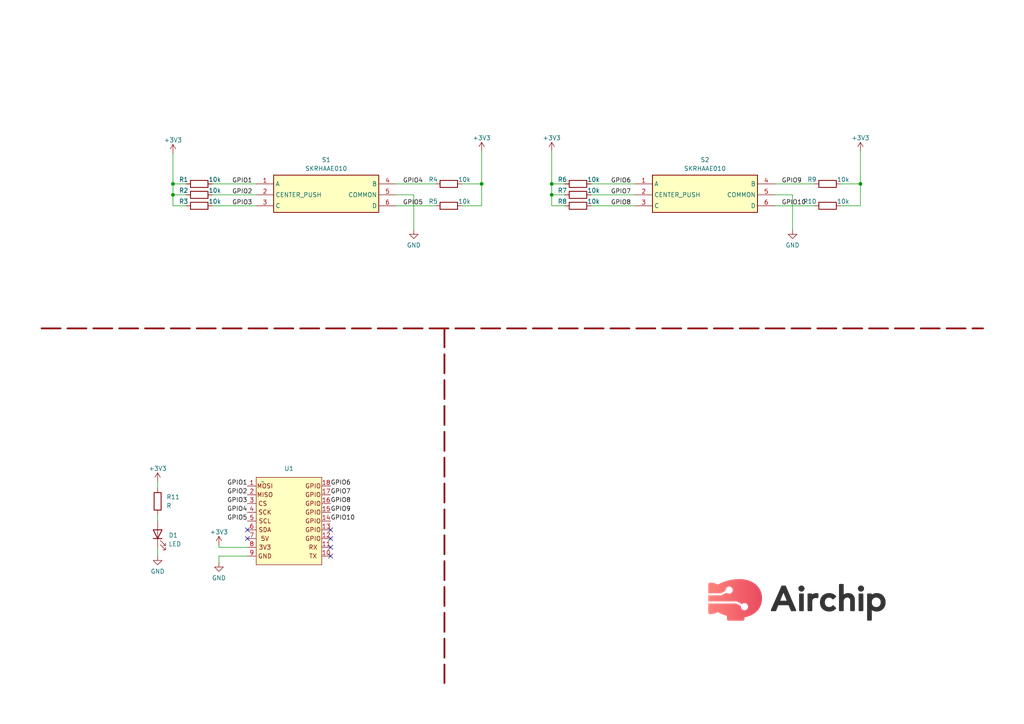
<source format=kicad_sch>
(kicad_sch (version 20230121) (generator eeschema)

  (uuid 89dd5042-e0ca-499f-8c65-b54b53e10503)

  (paper "A4")

  (lib_symbols
    (symbol "Device:LED" (pin_numbers hide) (pin_names (offset 1.016) hide) (in_bom yes) (on_board yes)
      (property "Reference" "D" (at 0 2.54 0)
        (effects (font (size 1.27 1.27)))
      )
      (property "Value" "LED" (at 0 -2.54 0)
        (effects (font (size 1.27 1.27)))
      )
      (property "Footprint" "" (at 0 0 0)
        (effects (font (size 1.27 1.27)) hide)
      )
      (property "Datasheet" "~" (at 0 0 0)
        (effects (font (size 1.27 1.27)) hide)
      )
      (property "ki_keywords" "LED diode" (at 0 0 0)
        (effects (font (size 1.27 1.27)) hide)
      )
      (property "ki_description" "Light emitting diode" (at 0 0 0)
        (effects (font (size 1.27 1.27)) hide)
      )
      (property "ki_fp_filters" "LED* LED_SMD:* LED_THT:*" (at 0 0 0)
        (effects (font (size 1.27 1.27)) hide)
      )
      (symbol "LED_0_1"
        (polyline
          (pts
            (xy -1.27 -1.27)
            (xy -1.27 1.27)
          )
          (stroke (width 0.254) (type default))
          (fill (type none))
        )
        (polyline
          (pts
            (xy -1.27 0)
            (xy 1.27 0)
          )
          (stroke (width 0) (type default))
          (fill (type none))
        )
        (polyline
          (pts
            (xy 1.27 -1.27)
            (xy 1.27 1.27)
            (xy -1.27 0)
            (xy 1.27 -1.27)
          )
          (stroke (width 0.254) (type default))
          (fill (type none))
        )
        (polyline
          (pts
            (xy -3.048 -0.762)
            (xy -4.572 -2.286)
            (xy -3.81 -2.286)
            (xy -4.572 -2.286)
            (xy -4.572 -1.524)
          )
          (stroke (width 0) (type default))
          (fill (type none))
        )
        (polyline
          (pts
            (xy -1.778 -0.762)
            (xy -3.302 -2.286)
            (xy -2.54 -2.286)
            (xy -3.302 -2.286)
            (xy -3.302 -1.524)
          )
          (stroke (width 0) (type default))
          (fill (type none))
        )
      )
      (symbol "LED_1_1"
        (pin passive line (at -3.81 0 0) (length 2.54)
          (name "K" (effects (font (size 1.27 1.27))))
          (number "1" (effects (font (size 1.27 1.27))))
        )
        (pin passive line (at 3.81 0 180) (length 2.54)
          (name "A" (effects (font (size 1.27 1.27))))
          (number "2" (effects (font (size 1.27 1.27))))
        )
      )
    )
    (symbol "Device:R" (pin_numbers hide) (pin_names (offset 0)) (in_bom yes) (on_board yes)
      (property "Reference" "R" (at 2.032 0 90)
        (effects (font (size 1.27 1.27)))
      )
      (property "Value" "R" (at 0 0 90)
        (effects (font (size 1.27 1.27)))
      )
      (property "Footprint" "" (at -1.778 0 90)
        (effects (font (size 1.27 1.27)) hide)
      )
      (property "Datasheet" "~" (at 0 0 0)
        (effects (font (size 1.27 1.27)) hide)
      )
      (property "ki_keywords" "R res resistor" (at 0 0 0)
        (effects (font (size 1.27 1.27)) hide)
      )
      (property "ki_description" "Resistor" (at 0 0 0)
        (effects (font (size 1.27 1.27)) hide)
      )
      (property "ki_fp_filters" "R_*" (at 0 0 0)
        (effects (font (size 1.27 1.27)) hide)
      )
      (symbol "R_0_1"
        (rectangle (start -1.016 -2.54) (end 1.016 2.54)
          (stroke (width 0.254) (type default))
          (fill (type none))
        )
      )
      (symbol "R_1_1"
        (pin passive line (at 0 3.81 270) (length 1.27)
          (name "~" (effects (font (size 1.27 1.27))))
          (number "1" (effects (font (size 1.27 1.27))))
        )
        (pin passive line (at 0 -3.81 90) (length 1.27)
          (name "~" (effects (font (size 1.27 1.27))))
          (number "2" (effects (font (size 1.27 1.27))))
        )
      )
    )
    (symbol "SKRHAAE010_1" (in_bom yes) (on_board yes)
      (property "Reference" "S1" (at 20.32 7.62 0)
        (effects (font (size 1.27 1.27)))
      )
      (property "Value" "SKRHAAE010" (at 20.32 5.08 0)
        (effects (font (size 1.27 1.27)))
      )
      (property "Footprint" "SKRHAAE010" (at 36.83 -94.92 0)
        (effects (font (size 1.27 1.27)) (justify left top) hide)
      )
      (property "Datasheet" "http://www.alps.com/prod/info/E/HTML/MultiControl/Switch/SKRH/SKRHAAE010.html" (at 36.83 -194.92 0)
        (effects (font (size 1.27 1.27)) (justify left top) hide)
      )
      (property "Height" "" (at 36.83 -394.92 0)
        (effects (font (size 1.27 1.27)) (justify left top) hide)
      )
      (property "Mouser Part Number" "688-SKRHAAE010" (at 36.83 -494.92 0)
        (effects (font (size 1.27 1.27)) (justify left top) hide)
      )
      (property "Mouser Price/Stock" "https://www.mouser.co.uk/ProductDetail/Alps-Alpine/SKRHAAE010?qs=6EGMNY9ZYDQQG43X8RE8sg%3D%3D" (at 36.83 -594.92 0)
        (effects (font (size 1.27 1.27)) (justify left top) hide)
      )
      (property "Manufacturer_Name" "ALPS Electric" (at 36.83 -694.92 0)
        (effects (font (size 1.27 1.27)) (justify left top) hide)
      )
      (property "Manufacturer_Part_Number" "SKRHAAE010" (at 36.83 -794.92 0)
        (effects (font (size 1.27 1.27)) (justify left top) hide)
      )
      (property "ki_description" "Multi-Directional Switches 4 Dir Center Push 50mA 12V DC" (at 0 0 0)
        (effects (font (size 1.27 1.27)) hide)
      )
      (symbol "SKRHAAE010_1_1_1"
        (rectangle (start 5.08 3.175) (end 35.56 -7.62)
          (stroke (width 0.254) (type default))
          (fill (type background))
        )
        (pin output line (at 0 0.635 0) (length 5.08)
          (name "A" (effects (font (size 1.27 1.27))))
          (number "1" (effects (font (size 1.27 1.27))))
        )
        (pin output line (at 0 -2.54 0) (length 5.08)
          (name "CENTER_PUSH" (effects (font (size 1.27 1.27))))
          (number "2" (effects (font (size 1.27 1.27))))
        )
        (pin output line (at 0 -5.715 0) (length 5.08)
          (name "C" (effects (font (size 1.27 1.27))))
          (number "3" (effects (font (size 1.27 1.27))))
        )
        (pin output line (at 40.64 0.635 180) (length 5.08)
          (name "B" (effects (font (size 1.27 1.27))))
          (number "4" (effects (font (size 1.27 1.27))))
        )
        (pin input line (at 40.64 -2.54 180) (length 5.08)
          (name "COMMON" (effects (font (size 1.27 1.27))))
          (number "5" (effects (font (size 1.27 1.27))))
        )
        (pin passive line (at 40.64 -5.715 180) (length 5.08)
          (name "D" (effects (font (size 1.27 1.27))))
          (number "6" (effects (font (size 1.27 1.27))))
        )
      )
    )
    (symbol "moduler_pin:air" (in_bom yes) (on_board yes)
      (property "Reference" "U" (at 7.62 2.54 0)
        (effects (font (size 1.27 1.27)))
      )
      (property "Value" "" (at 0 0 0)
        (effects (font (size 1.27 1.27)))
      )
      (property "Footprint" "" (at 0 0 0)
        (effects (font (size 1.27 1.27)) hide)
      )
      (property "Datasheet" "" (at 0 0 0)
        (effects (font (size 1.27 1.27)) hide)
      )
      (symbol "air_1_1"
        (rectangle (start -1.905 1.27) (end 17.145 -24.13)
          (stroke (width 0) (type default))
          (fill (type background))
        )
        (text "3V3" (at 0.635 -19.05 0)
          (effects (font (size 1.27 1.27)))
        )
        (text "5V" (at 0.635 -16.51 0)
          (effects (font (size 1.27 1.27)))
        )
        (text "CS" (at 0 -6.35 0)
          (effects (font (size 1.27 1.27)))
        )
        (text "GND" (at 0.635 -21.59 0)
          (effects (font (size 1.27 1.27)))
        )
        (text "GPIO" (at 14.605 -16.51 0)
          (effects (font (size 1.27 1.27)))
        )
        (text "GPIO" (at 14.605 -13.97 0)
          (effects (font (size 1.27 1.27)))
        )
        (text "GPIO" (at 14.605 -11.43 0)
          (effects (font (size 1.27 1.27)))
        )
        (text "GPIO" (at 14.605 -8.89 0)
          (effects (font (size 1.27 1.27)))
        )
        (text "GPIO" (at 14.605 -6.35 0)
          (effects (font (size 1.27 1.27)))
        )
        (text "GPIO" (at 14.605 -3.81 0)
          (effects (font (size 1.27 1.27)))
        )
        (text "GPIO" (at 14.605 -1.27 0)
          (effects (font (size 1.27 1.27)))
        )
        (text "MISO" (at 0.635 -3.81 0)
          (effects (font (size 1.27 1.27)))
        )
        (text "MOSI" (at 0.635 -1.27 0)
          (effects (font (size 1.27 1.27)))
        )
        (text "RX" (at 14.605 -19.05 0)
          (effects (font (size 1.27 1.27)))
        )
        (text "SCK" (at 0.635 -8.89 0)
          (effects (font (size 1.27 1.27)))
        )
        (text "SCL" (at 0.635 -11.43 0)
          (effects (font (size 1.27 1.27)))
        )
        (text "SDA" (at 0.635 -13.97 0)
          (effects (font (size 1.27 1.27)))
        )
        (text "TX" (at 14.605 -21.59 0)
          (effects (font (size 1.27 1.27)))
        )
        (pin input line (at -4.445 -1.27 0) (length 2.54)
          (name "" (effects (font (size 1.27 1.27))))
          (number "1" (effects (font (size 1.27 1.27))))
        )
        (pin input line (at 19.685 -21.59 180) (length 2.54)
          (name "" (effects (font (size 1.27 1.27))))
          (number "10" (effects (font (size 1.27 1.27))))
        )
        (pin input line (at 19.685 -19.05 180) (length 2.54)
          (name "" (effects (font (size 1.27 1.27))))
          (number "11" (effects (font (size 1.27 1.27))))
        )
        (pin input line (at 19.685 -16.51 180) (length 2.54)
          (name "" (effects (font (size 1.27 1.27))))
          (number "12" (effects (font (size 1.27 1.27))))
        )
        (pin input line (at 19.685 -13.97 180) (length 2.54)
          (name "" (effects (font (size 1.27 1.27))))
          (number "13" (effects (font (size 1.27 1.27))))
        )
        (pin input line (at 19.685 -11.43 180) (length 2.54)
          (name "" (effects (font (size 1.27 1.27))))
          (number "14" (effects (font (size 1.27 1.27))))
        )
        (pin input line (at 19.685 -8.89 180) (length 2.54)
          (name "" (effects (font (size 1.27 1.27))))
          (number "15" (effects (font (size 1.27 1.27))))
        )
        (pin input line (at 19.685 -6.35 180) (length 2.54)
          (name "" (effects (font (size 1.27 1.27))))
          (number "16" (effects (font (size 1.27 1.27))))
        )
        (pin input line (at 19.685 -3.81 180) (length 2.54)
          (name "" (effects (font (size 1.27 1.27))))
          (number "17" (effects (font (size 1.27 1.27))))
        )
        (pin input line (at 19.685 -1.27 180) (length 2.54)
          (name "" (effects (font (size 1.27 1.27))))
          (number "18" (effects (font (size 1.27 1.27))))
        )
        (pin input line (at -4.445 -3.81 0) (length 2.54)
          (name "" (effects (font (size 1.27 1.27))))
          (number "2" (effects (font (size 1.27 1.27))))
        )
        (pin input line (at -4.445 -6.35 0) (length 2.54)
          (name "" (effects (font (size 1.27 1.27))))
          (number "3" (effects (font (size 1.27 1.27))))
        )
        (pin input line (at -4.445 -8.89 0) (length 2.54)
          (name "" (effects (font (size 1.27 1.27))))
          (number "4" (effects (font (size 1.27 1.27))))
        )
        (pin input line (at -4.445 -11.43 0) (length 2.54)
          (name "" (effects (font (size 1.27 1.27))))
          (number "5" (effects (font (size 1.27 1.27))))
        )
        (pin input line (at -4.445 -13.97 0) (length 2.54)
          (name "" (effects (font (size 1.27 1.27))))
          (number "6" (effects (font (size 1.27 1.27))))
        )
        (pin input line (at -4.445 -16.51 0) (length 2.54)
          (name "" (effects (font (size 1.27 1.27))))
          (number "7" (effects (font (size 1.27 1.27))))
        )
        (pin input line (at -4.445 -19.05 0) (length 2.54)
          (name "" (effects (font (size 1.27 1.27))))
          (number "8" (effects (font (size 1.27 1.27))))
        )
        (pin input line (at -4.445 -21.59 0) (length 2.54)
          (name "" (effects (font (size 1.27 1.27))))
          (number "9" (effects (font (size 1.27 1.27))))
        )
      )
    )
    (symbol "power:+3V3" (power) (pin_names (offset 0)) (in_bom yes) (on_board yes)
      (property "Reference" "#PWR" (at 0 -3.81 0)
        (effects (font (size 1.27 1.27)) hide)
      )
      (property "Value" "+3V3" (at 0 3.556 0)
        (effects (font (size 1.27 1.27)))
      )
      (property "Footprint" "" (at 0 0 0)
        (effects (font (size 1.27 1.27)) hide)
      )
      (property "Datasheet" "" (at 0 0 0)
        (effects (font (size 1.27 1.27)) hide)
      )
      (property "ki_keywords" "power-flag" (at 0 0 0)
        (effects (font (size 1.27 1.27)) hide)
      )
      (property "ki_description" "Power symbol creates a global label with name \"+3V3\"" (at 0 0 0)
        (effects (font (size 1.27 1.27)) hide)
      )
      (symbol "+3V3_0_1"
        (polyline
          (pts
            (xy -0.762 1.27)
            (xy 0 2.54)
          )
          (stroke (width 0) (type default))
          (fill (type none))
        )
        (polyline
          (pts
            (xy 0 0)
            (xy 0 2.54)
          )
          (stroke (width 0) (type default))
          (fill (type none))
        )
        (polyline
          (pts
            (xy 0 2.54)
            (xy 0.762 1.27)
          )
          (stroke (width 0) (type default))
          (fill (type none))
        )
      )
      (symbol "+3V3_1_1"
        (pin power_in line (at 0 0 90) (length 0) hide
          (name "+3V3" (effects (font (size 1.27 1.27))))
          (number "1" (effects (font (size 1.27 1.27))))
        )
      )
    )
    (symbol "power:GND" (power) (pin_names (offset 0)) (in_bom yes) (on_board yes)
      (property "Reference" "#PWR" (at 0 -6.35 0)
        (effects (font (size 1.27 1.27)) hide)
      )
      (property "Value" "GND" (at 0 -3.81 0)
        (effects (font (size 1.27 1.27)))
      )
      (property "Footprint" "" (at 0 0 0)
        (effects (font (size 1.27 1.27)) hide)
      )
      (property "Datasheet" "" (at 0 0 0)
        (effects (font (size 1.27 1.27)) hide)
      )
      (property "ki_keywords" "power-flag" (at 0 0 0)
        (effects (font (size 1.27 1.27)) hide)
      )
      (property "ki_description" "Power symbol creates a global label with name \"GND\" , ground" (at 0 0 0)
        (effects (font (size 1.27 1.27)) hide)
      )
      (symbol "GND_0_1"
        (polyline
          (pts
            (xy 0 0)
            (xy 0 -1.27)
            (xy 1.27 -1.27)
            (xy 0 -2.54)
            (xy -1.27 -1.27)
            (xy 0 -1.27)
          )
          (stroke (width 0) (type default))
          (fill (type none))
        )
      )
      (symbol "GND_1_1"
        (pin power_in line (at 0 0 270) (length 0) hide
          (name "GND" (effects (font (size 1.27 1.27))))
          (number "1" (effects (font (size 1.27 1.27))))
        )
      )
    )
  )

  (junction (at 50.165 53.34) (diameter 0) (color 0 0 0 0)
    (uuid 84a76499-278e-4d6d-8776-596d352e034c)
  )
  (junction (at 160.02 56.515) (diameter 0) (color 0 0 0 0)
    (uuid a84e3fe3-5627-4523-a9ba-d152e3c8ff0e)
  )
  (junction (at 249.555 53.34) (diameter 0) (color 0 0 0 0)
    (uuid b1551e42-e33d-4429-a79c-4804d789b76a)
  )
  (junction (at 160.02 53.34) (diameter 0) (color 0 0 0 0)
    (uuid dcb7a0e4-4065-4ef5-9c96-d8c297f31430)
  )
  (junction (at 50.165 56.515) (diameter 0) (color 0 0 0 0)
    (uuid e3f67c8e-6f28-4959-89fe-ea76a014cfb6)
  )
  (junction (at 139.7 53.34) (diameter 0) (color 0 0 0 0)
    (uuid ed6d8c34-8c04-4e79-a341-5851d296bce2)
  )

  (no_connect (at 95.885 158.75) (uuid 0e073176-f9c1-44a5-a5fa-61f94264b327))
  (no_connect (at 71.755 153.67) (uuid 4c502295-d7a2-4c78-b141-413521095962))
  (no_connect (at 95.885 153.67) (uuid 560bb034-fb70-437e-8106-c2dee9fc54b0))
  (no_connect (at 95.885 161.29) (uuid 8825fb93-2eb3-478e-bc17-c9957623f77e))
  (no_connect (at 71.755 156.21) (uuid dd6325a4-d7ca-487b-b8e9-b7036c496f23))
  (no_connect (at 95.885 156.21) (uuid df712fe3-2f18-4572-86c1-1a4671490e63))

  (wire (pts (xy 50.165 44.45) (xy 50.165 53.34))
    (stroke (width 0) (type default))
    (uuid 06245715-8c24-4069-ba0c-5a88fdd0057d)
  )
  (wire (pts (xy 249.555 53.34) (xy 249.555 59.69))
    (stroke (width 0) (type default))
    (uuid 111bd02f-0cbe-4e4e-a3f0-dd25f63b9039)
  )
  (wire (pts (xy 160.02 56.515) (xy 163.83 56.515))
    (stroke (width 0) (type default))
    (uuid 175323a5-68d6-4c1e-89d2-297e905e12a9)
  )
  (wire (pts (xy 114.935 53.34) (xy 126.365 53.34))
    (stroke (width 0) (type default))
    (uuid 1994b41e-3d9e-42c9-b14b-e9121e1414ba)
  )
  (wire (pts (xy 61.595 59.69) (xy 74.295 59.69))
    (stroke (width 0) (type default))
    (uuid 1b9eba75-04ba-432a-a69c-62f360c469a0)
  )
  (wire (pts (xy 50.165 59.69) (xy 53.975 59.69))
    (stroke (width 0) (type default))
    (uuid 1de7931a-e107-4b48-a2d1-42606e01c0f8)
  )
  (wire (pts (xy 50.165 53.34) (xy 53.975 53.34))
    (stroke (width 0) (type default))
    (uuid 2a45fb1e-b963-42c9-893c-7800435122a1)
  )
  (wire (pts (xy 139.7 59.69) (xy 133.985 59.69))
    (stroke (width 0) (type default))
    (uuid 2b36fdd4-106d-43ca-8999-a3bb5d0afaf1)
  )
  (wire (pts (xy 243.84 53.34) (xy 249.555 53.34))
    (stroke (width 0) (type default))
    (uuid 2f07a9b2-394c-4a7d-81a2-67375eb5feac)
  )
  (wire (pts (xy 160.02 59.69) (xy 163.83 59.69))
    (stroke (width 0) (type default))
    (uuid 31a91f67-f05e-40aa-bf67-c2d77fd3009e)
  )
  (wire (pts (xy 63.5 158.115) (xy 63.5 158.75))
    (stroke (width 0) (type default))
    (uuid 3adfaa9a-b054-45d0-9db3-8ed5c599a2f8)
  )
  (wire (pts (xy 160.02 53.34) (xy 163.83 53.34))
    (stroke (width 0) (type default))
    (uuid 421fa4fb-427f-40c2-9bf2-66f2c6ec8e7f)
  )
  (wire (pts (xy 229.87 56.515) (xy 224.79 56.515))
    (stroke (width 0) (type default))
    (uuid 44b1b4fa-c1c0-401b-944e-d373b5c443c2)
  )
  (wire (pts (xy 224.79 53.34) (xy 236.22 53.34))
    (stroke (width 0) (type default))
    (uuid 46496b53-1012-4605-a2cd-205ce9b7b3d8)
  )
  (wire (pts (xy 171.45 56.515) (xy 184.15 56.515))
    (stroke (width 0) (type default))
    (uuid 46746cc2-576d-4198-9703-9c09af6bbbce)
  )
  (wire (pts (xy 61.595 53.34) (xy 74.295 53.34))
    (stroke (width 0) (type default))
    (uuid 4732fd8f-8894-4475-a566-45f4cdb3a65e)
  )
  (wire (pts (xy 63.5 158.75) (xy 71.755 158.75))
    (stroke (width 0) (type default))
    (uuid 4fd44021-9c8d-41fd-b59b-01d3327f6db8)
  )
  (wire (pts (xy 160.02 53.34) (xy 160.02 56.515))
    (stroke (width 0) (type default))
    (uuid 50b5b577-ab5f-4f6b-885e-e5d41eca3c22)
  )
  (polyline (pts (xy 12.065 95.25) (xy 285.115 95.25))
    (stroke (width 0.5) (type dash) (color 132 0 0 1))
    (uuid 5423af92-326c-4e30-97ae-4aa12e334921)
  )

  (wire (pts (xy 160.02 43.815) (xy 160.02 53.34))
    (stroke (width 0) (type default))
    (uuid 590d6b24-2933-4d05-a27c-258147f22c62)
  )
  (wire (pts (xy 50.165 56.515) (xy 53.975 56.515))
    (stroke (width 0) (type default))
    (uuid 5f2c8ea0-7e64-4bfc-bb86-5b7e742cb5b2)
  )
  (wire (pts (xy 120.015 56.515) (xy 114.935 56.515))
    (stroke (width 0) (type default))
    (uuid 67505ad3-fcb6-422c-8760-1f273f30505d)
  )
  (wire (pts (xy 171.45 53.34) (xy 184.15 53.34))
    (stroke (width 0) (type default))
    (uuid 6828dbdc-acf6-45bd-963e-dc751ded0af8)
  )
  (wire (pts (xy 249.555 59.69) (xy 243.84 59.69))
    (stroke (width 0) (type default))
    (uuid 6e775a0d-4401-412e-b17e-83f9c9bc1899)
  )
  (wire (pts (xy 133.985 53.34) (xy 139.7 53.34))
    (stroke (width 0) (type default))
    (uuid 7a1b9a9d-9d12-4732-924d-b0936bd74bb7)
  )
  (wire (pts (xy 50.165 53.34) (xy 50.165 56.515))
    (stroke (width 0) (type default))
    (uuid 84ab0d4b-a19d-47ad-a920-a499de46e23a)
  )
  (wire (pts (xy 139.7 53.34) (xy 139.7 59.69))
    (stroke (width 0) (type default))
    (uuid 943da0a5-0763-473e-a7dd-bcb7d1cdfefc)
  )
  (wire (pts (xy 120.015 66.675) (xy 120.015 56.515))
    (stroke (width 0) (type default))
    (uuid 9c990552-6a86-41a9-a9f4-21f1a939f9e7)
  )
  (wire (pts (xy 229.87 66.675) (xy 229.87 56.515))
    (stroke (width 0) (type default))
    (uuid 9f0da247-2b81-4223-bca0-d40c696d07d3)
  )
  (wire (pts (xy 139.7 43.815) (xy 139.7 53.34))
    (stroke (width 0) (type default))
    (uuid a0c910c1-b4f2-4e09-9a2b-999ce285caaa)
  )
  (wire (pts (xy 45.72 139.7) (xy 45.72 141.605))
    (stroke (width 0) (type default))
    (uuid ab2d8248-a8e2-4237-9ced-9db83e0c17e7)
  )
  (wire (pts (xy 63.5 161.29) (xy 71.755 161.29))
    (stroke (width 0) (type default))
    (uuid ac498aa1-e3c4-489e-8679-af0cd397b97e)
  )
  (wire (pts (xy 45.72 161.29) (xy 45.72 158.75))
    (stroke (width 0) (type default))
    (uuid b0169bbf-5ea0-47cb-a347-c6ff312e355c)
  )
  (wire (pts (xy 50.165 56.515) (xy 50.165 59.69))
    (stroke (width 0) (type default))
    (uuid b03d97cb-c2a1-4911-92d2-415a5e6423c5)
  )
  (wire (pts (xy 61.595 56.515) (xy 74.295 56.515))
    (stroke (width 0) (type default))
    (uuid b080f074-b547-4389-940c-19405a38a784)
  )
  (wire (pts (xy 45.72 151.13) (xy 45.72 149.225))
    (stroke (width 0) (type default))
    (uuid b8c13f8d-9d10-49ae-adc8-131ab11834d2)
  )
  (wire (pts (xy 63.5 163.195) (xy 63.5 161.29))
    (stroke (width 0) (type default))
    (uuid e3ceccec-6193-4b5d-a2f6-ccec7ac5999b)
  )
  (wire (pts (xy 114.935 59.69) (xy 126.365 59.69))
    (stroke (width 0) (type default))
    (uuid e6f9293b-6f90-4735-a679-c6a6cf6c35a6)
  )
  (wire (pts (xy 224.79 59.69) (xy 236.22 59.69))
    (stroke (width 0) (type default))
    (uuid e7c179af-5b69-4384-a189-0d7cb6edcc04)
  )
  (wire (pts (xy 171.45 59.69) (xy 184.15 59.69))
    (stroke (width 0) (type default))
    (uuid f3762f0d-65a8-4466-814f-905acd2b32b4)
  )
  (polyline (pts (xy 128.905 95.25) (xy 128.905 198.12))
    (stroke (width 0.5) (type dash) (color 132 0 0 1))
    (uuid f4e4019c-064b-4578-9b02-e4433eec38f9)
  )

  (wire (pts (xy 249.555 43.815) (xy 249.555 53.34))
    (stroke (width 0) (type default))
    (uuid fb78ce36-ff7f-4ed6-a9d0-ba82c92e1b11)
  )
  (wire (pts (xy 160.02 56.515) (xy 160.02 59.69))
    (stroke (width 0) (type default))
    (uuid fb949eb6-8ce7-4a0e-a00c-c72cd01b137f)
  )

  (image (at 231.14 173.99) (scale 0.303838)
    (uuid 493e1add-2239-4000-968b-4c0686bd67f3)
    (data
      iVBORw0KGgoAAAANSUhEUgAAB9AAAAHVCAYAAACpJWDwAAAABHNCSVQICAgIfAhkiAAAIABJREFU
      eJzs3XeYnGW9//F3SEKyCS0hARUVBCSKYvuiqKiAokRasKAeRUn4WSghFUTNsYAiICGNA6gQEBso
      TfEg6hFE8KjouRFsIAgiiEJCEwhJKJnfH88sKdtmdmfmnvJ+XddcuzzPPfd8dpjMzj6fpwxDkjrQ
      ox+ZPhzYnBKbA5sDW5S/dt82BbqATSkxFugqwSbl5SOBzYqZSpsAI4CNgTHFIjYFNuo3QKnXpSuB
      J8oDHgWeLsHjwBOUeILi+5XACuAx4N/l77tvD5eXPUiJh4AHgYc2P//MFZU+L5IkSZIkSZIkSZ1s
      WO4AklQLj3706E2BZ1NiIvAcYCKw5Tpft4TS+PL3W1GU4X0V2esrrfel95UDLKp+TGn9YZXM2ff8
      TwIPQel+4F5gObAMuJcS3cvuA+4G7tv862c9XeWjSZIkSZIkSZIktQULdElN7bGPHb0J8FxKbAPP
      3J4LbFOCZwFbU3wdDQxQNA+t7G7hAr3vhT0XPV0qCvV/lG/3UBTrdwJ3UOLOLb5x1oNVppEkSZIk
      SZIkSWoJFuiSsnnsYzOGUZTf2wLbQWnb8vfdt+fRfar0SntqC/R+xleWtYKn8BHgb8CdULoduLV8
      u22Lb3z5H1XllCRJkiRJkiRJaiIW6JLq6rHDZ4wCdijftn/m+xI7AC+guHZ4WT/VrQV6depboPe3
      YAUlbgP+AtwC/An4I3DbFt/88lP9TS1JkiRJkiRJkpSbBbqkIVtxxIzhJXg+8CJgJ0pMAiYBO1Gc
      br2nattvC/Tq5CvQ+5rgSYpC/Q/An4GbgN9t8c0v39Pfw0mSJEmSJEmSJDWSBbqkiq04YubGFCX5
      zlDaGXgp8EJgp9K6R5IPukC2QN9wQBsV6H1ZTokbgN+VKL4Ct4/71per/YklSZIkSZIkSZKGzAJd
      Ug8rjpw5HNgReDnwUkq8FNi5vGx4MWr9frPU53/0wQK9ogEdUKD39vw+BKXfAL8Grgd+M+5bX3mg
      ylklSZIkSZIkSZKqZoEudbgVR84cR1GUvxx4WfnrzkDXM4MqKGMt0Ac350ADOrRA722S2yhxPfAL
      4FrglnHf/opHqUuSJEmSJEmSpJqyQJc6yIqjZj4LCOAVQFBiV+B5A97RAr2foRbo1U3Q95wDFOgb
      Lrof+F/gOopC/Xfjvv2Vp6p8ZEmSJEmSJEmSpPVYoEttasVRs7YCXg2l3Vhbmj9nvUGVFp0W6P0M
      tUCvboK+56yyQN/QI8DPgauAqyjxp3EXeIS6JEmSJEmSJEmqjgW61AYenz5rLMUR5bsBrwZeU4Jt
      i7XVldKVj7NAr8WcAw2wQB/kvCXuo7tMhx+Nu+Ar/6wylSRJkiRJkiRJ6kAW6FILenz6rB2B1wOv
      A3YHXgJstG7BWOrlux4s0C3Q27dA39BNULoCuBL41bgLvvp0FbNJkiRJkiRJkqQOYYEuNbnHp88a
      TXFUeXdh/npgYq+DLdAt0Psd39EF+roLHwZ+AlxeKnHF+Au/+nAVM0uSJEmSJEmSpDZmgS41mceP
      nrUZRUn+Jkq8CdgVGFXRnS3QLdD7HW+B3mNJiacorp3+PeD74y/86t1VPIokSZIkSZIkSWozFuhS
      Zo8fPXs88CZgTyi9AXglsBEwpNLUAn0ok/Q+xgK9t5UtX6BvKAEXAxeNv/Crt1fxiJIkSZIkSZIk
      qQ1YoEsN9viM2ZsDb6TEXsBbgJfxzL/FDdo8C/R+V1mgVzu/BXqPJf3PeQNwEXDB+Au/+vcqHl2S
      JEmSJEmSJLUoC3SpzlbOmD26BG+kKMv3ojgl+0YVFXwW6P2uskCvdn4L9B5LKp/zeuACSlww/jtf
      XVZFEkmSJEmSJEmS1EIs0KUaWzlj9jCKo8rfVr69oQSjewy0QK8ukAV6dSzQK1pYRYHePcVTwP8A
      3wC+N/47X11Z5QySJEmSJEmSJKmJWaBLNbBy5uxnUWIfisL8rcDEdddXXvRaoFcz3gK92vkt0Hss
      Gdrz+ihwMZTOG/+ds6+rciZJkiRJkiRJktSELNClQVg5c/Zw4HXAZGBf4JVV99QW6NUFskCvjgV6
      RQuHWKCvu/BW4Bzg/PHfOdtTvEuSJEmSJEmS1KIs0KUKrZw5ZyLw9uJWmgxssd4AC/Tq5rVAr2iA
      Bfog5218gd7tKeByYCnwo/HfOXtNlY8gSZIkSZIkSZIyskCX+rFy1pyXAAdS4gDgtTzzb6a6cs8C
      fXBzDrTKAr3a+S3Qeyyp1/NauIMSZwHnjv/u2Q9W+UiSJEmSJEmSJCkDC3RpHStnzRkJvAk4AJgC
      bAcMuTS0QB/cnAOtskCvdn4L9B5L6lugd69aBVwInDH+u2f/X5WPKEmSJEmSJEmSGsgCXR1v5aw5
      YyhOzX4QRXG+eY9BFugDLrRAH9ycAw2wQB/kvM1VoK/r1yVYAFy25XfPfqrKR5ckSZIkSZIkSXVm
      ga6OtHLWnPHAfsA7gcnA6H7vYIE+4EIL9MHNOdAAC/RBztu8BXr3or8Di4ClW3737EerTCFJkiRJ
      kiRJkurEAl0dY+XsOVtRFObvosSewIiK72yBPuBCC/TBzTnQAAv0Qc7b/AV6t0cocTawaMuLzv5H
      lWkkSZIkSZIkSVKNWaCrra2aPXc8lN4BHFyCvYHhQA3KSAt0C/TazDnQAAv0Qc7bOgV694IngfOB
      U7a86Oy/VplKkiRJkiRJkiTViAW62k5RmvMO4GDgLVAaAYMoePsdb4FugV6bOQcaYIE+yHlbr0Dv
      tga4CEonbXnROTdVF06SJEmSJEmSJA2VBbrawqo5c7uAAynxfoprmm+8du0GRWSP/6iABfqACy3Q
      BzfnQAMs0Ac5b+sW6Osu/D5w/JYXnfO7irJJkiRJkiRJkqQhs0BXy1o1Z+4IitOyf4DiiPOx/ZVb
      FuiVZqh0nAV6LeYcaIAF+iDnbY8CvZtFuiRJkiRJkiRJDWKBrpazas7cXYEPAe8DJq630gK9l28t
      0KufpPcxFui9rbRAb0CB3u0y4D+3vOicP/f9gJIkSZIkSZIkaSgs0NUSVs2Zuw3FkeaHAjv3OdAC
      vZdvLdCrn6T3MRbova20QG9ggV6sKPFN4DNbXnzOnX0/sCRJkiRJkiRJGgwLdDWtVXPnjqHEQRSl
      +d7ARgPeyQK9l28t0KufpPcxFui9rbRAb3CB3r3qSeAM4MQtLz7n/r4HS5IkSZIkSZKkaligq+ms
      mjs3gP8HvJ8Sm1d1Zwv0Xr61QK9+kt7HWKD3ttICPVOB3u0R4FRgwZYXn/N433eSJEmSJEmSJEmV
      sEBXU1g195hxUDqEojh/+TMralhuWaBXmqHScRbotZhzoAEW6IOct3MK9G73AMcB397y4nOq/akk
      SZIkSZIkSVKZBbqyWTX3mGHAHsBHgXdCaVSPQRbo1bFAt0Dvd7wFeo8l7VOgd7semLXlxef8ut9R
      kiRJkiRJkiSpVxboarjVxxwzHvhQqcTHgBetXVO7Iq63hRbolWaodJwFei3mHGiABfog5+3cAr3b
      tynx8S0vOeeeikZLkiRJkiRJkiTAAl0NtPqYY14LHA68B+jqWVxZoFugW6BvOMACfZDzWqBDiceA
      40uwaMIl5zxV4b0kSZIkSZIkSepoQyrQ1xz/qS1KJV4KTAK2ADZdZ/VqYOUG3z9MiVXl7x8CHgAe
      HH78F1eitrT6mGO6gPcDR7Putc3prbiyQLdAt0DfcIAF+iDntUBf93n9E3DUhEvO+XmF95QkSZIk
      SZIkqWNVXaCvOf5TOwAfBPYHXlUqVTlH70XBKuBBYBlwLyXuBu4F/gncDdwJ/G34CSc9Xm1e5bH6
      mGO2A44EPgyM622MBXoFCy3Q+11lgV7t/BboPZZ0RoHe7ZvA3AmXnLOswhkkSZIkSZIkSeo4FZff
      a46ftxuU/pOiOH9GXcqHvue8F7ijBHcAtwA3A3+mxO0jPn/Sk1UmUY2tPuaYYcCewAzgQGCj/sZb
      oFew0AK931UW6NXOb4HeY0lnFehQ7Kw2F0rnT7hkabU/vSRJkiRJkiRJbW/AAn3N8fMmAqcChzas
      fBhgzl7Kh6eAW4Eby7ffQemGEZ8/+cEq02kQVh97zCjgEErMBl5S6f0s0CtYaIHe7yoL9Grnt0Dv
      saTzCvTulVcBH51wydI7KpxNkiRJkiRJkqSO0G+Bvub4eXsAFwDPLpY0bYHe16i7gV+Xb78Cbhjx
      +ZNXDxxSlVh97DETKE7TfhSwVbWlmQV6BQst0PtdZYFe7fwW6D2WdG6BDrAS+AywcMIlS5+ucFZJ
      kiRJkiRJktpanwX6muPnTQWWst5puFuuQN/QE8ANlPg5cA3wixFfOPmx/h9NG1p97LEvgtJs4EPA
      6GdWWKBXfvdKF1qg97vKAr3a+S3Qeyzp7AK92/XAoRMuWfqXCmeWJEmSJEmSJKlt9Vqgrzlh3uGU
      OKvnmpYv0Ddc9TTwf8DVwI+BX474wsleS70Pq4899nXAJ4H9odTztWOBXvndK11ogd7vKgv0aue3
      QO+xxAK920pKfApYMuHSpWsqfARJkiRJkiRJktpOjxJ0zQnz3gV8l9K6R553a7sCfUOPAj+lKNN/
      OOILJ9/df5L2t/rYY4cBkymK8zeuXTP00swCvYKFFuj9rrJAr3Z+C/QeSyzQN1x0LTB1wqVL/1bh
      o0iSJEmSJEmS1FbWK9DXnDDvhcDvgLFZy4d8BfqG424AvleC74088eQ/VHivtrD648eOoMTBwCeA
      l/UcYYFe2WP3s8oCvbpAFujVsUCvaKEFeq+LHgOmT7h06fkVPpIkSZIkSZIkSW3jmQJ9zQnzhgO/
      BnYF8pYPzVOgr/vlDihdClw48sRTUoUztJzVHz92Y+CDwCcpsUPfIy3QK3vsflZZoFcXyAK9Ohbo
      FS20QO930XeAwydcuvThCh9RkiRJkiRJkqSWt26BfhTwX8+ssUDvpXx45rvbKIqFb4888ZSbK5yt
      qZWL88OATwHPA+pTRK473AJ94IUW6P2uskCvdn4L9B5LLNAHmvcu4JAJly69rsJHlSRJkiRJkiSp
      pQ0DWHPCvC7gb8DWz6yxQO+vQF/X74CvUZTp91c4c9N44uPHdgEfKcExdBfn3SzQ+xlvgW6BXps5
      BxpggT7IeS3Qa/m6XQN8Hvj8hEuXPl3ho0uSJEmSJEmS1JK6C/TpwOnrrbFAr7RA7/YkJS6nKNOv
      HPnFU5q6ZHiiOOL8YxRHnD+rYUXkusMt0AdeaIHe7yoL9Grnt0DvscQCvZp5r6bEByZctvTeChNI
      kiRJkiRJktRyugv03wGvWG+NBXq1Bfq6q/8BnA2cPfKLp/yrwkdriCeOO3YEJaYBn2adI84t0Kud
      1wLdAr02cw40wAJ9kPNaoNfrdXsf8N4Jly39eYUpJEmSJEmSJElqKcPWnDBvEnBLjzUW6EMp0Ls9
      BXwfOHPkF0+5usJHrYsnjjt2I+AQ4DOU2GHD9Rbo1c5rgW6BXps5BxpggT7IeS3Q6/m6XQN8Fjhx
      wmVLq30GJUmSJEmSJElqasN6PX07WKCvM24IBfq6/gAsoMS3R550yhMVJqiJJ4479h3AicCLgbxF
      5LrDLdAHXmiB3u8qC/Rq57dA77HEAr26edcf8wPgkAmXLX2kwkSSJEmSJDWliBgBvACYAIzKHKfb
      CuDelNLduYNIktRphq05Yd4FwPt6rLFAr3WB3j3mPuC/gC+PPOmU+ytMMihPHPfxNwCnQOn1G2To
      JVYvLND7GW+BboFemzkHGmCBPsh5LdAb9br9C3DQhMuW9jyTjSRJkiRJTS4i9gSmA5OBsXnT9Ole
      4BJgUUrpr7nDSJLUCYatOWHejcDLe6yxQK9Xgd5tBXAOcOrIk065p8JEFXniuI/vDJwMHNBrMAt0
      C/Rq57dA72eoBXp1E/Q9pwX64Ofsb1wDXrePAodOuGzpZZUFkyRJkiQpr4gYT7Ft9h25s1ThSeAk
      4ISU0tO5w0iS1M6GrTlh3oPAuB5rLNDrXaB3exJK5wGnjjzpS0Pag/CJ4z6+HfBp4FBgeJ8PaoFu
      gV7t/Bbo/Qy1QK9ugr7ntEAf/Jz9jWvc67b0WeDzEy47t9pnVZIkSZKkhomI5wI/A3bMnWWQvge8
      J6X0ZO4gkiS1q2FrTphX8bZ1C/S6FOjdC9cAl1Oc3v1nI0/60poKZuOJT3x8I2B3SnwY+ADrFed9
      PKgFugV6tfNboPcz1AK9ugn6ntMCffBz9jeugQU6wIXAtAmXnbuqgtkkSZIkSWqoiOgCrgd2yZ1l
      iM5KKR2ZO4QkSe3KAr2CB2pQgb6uB0rwI+CXlLgFuJPilO9PABOArYGXArsB+wDPrqrxskC3QK92
      fgv0foZaoFc3Qd9zWqAPfs7+xjW4QAe4vgQHTbzs3HsrmFGSJEmSpIaJiJOAT+TOUSN7p5Suyh1C
      kqR2ZIFewQNlKNCrL80s0PsZb4FeyfhK5+1roQX64OYcaIAF+iDntUDPWaBTgruAAyZedu7vK5hV
      kiRJkqS6i4hxwN3A2NxZauR/U0pvyB1CkqR2tFHuAJIkqe08H7hu+UGH7Z07iCRJkiRJZe+mfcpz
      gN0jYvvcISRJakcW6JIkqR42A364/KDDDskdRJIkSZIk4E25A9TBHrkDSJLUjizQJUlSvYwEvrH8
      oMPa5fpykiRJkqTWtWPuAHXwgtwBJElqRxbokiSp3k5aftBhpy8/6LBhuYNIkiRJkjpWV+4AdbBZ
      7gCSJLUjC3RJktQI0ymORh+RO4gkSZIkSZIkSX2xQJckSY3yAeDS5Qcd1o57/UuSJEmSJEmS2oAF
      uiRJaqQDgCuWH3TY5rmDSJIkSZIkSZK0IQt0SZLUaHsBP7FElyRJkiRJkiQ1Gwt0SZKUw2uwRJck
      SZIkSZIkNRkLdEmSlMtrgGuWTzlsYu4gkiRJkiRJkiSBBbokScrrFcDVluiSJEmSJEmSpGYwIncA
      SZLU8V5KUaK/ceL3z304dxhJklSZiNgaeBEwCdgR2AzYpHwDeKx8ewS4DbgVuCWldF/j00qSJKmV
      RcSmwE4Unz93AsYDmwJblIesZu1nz7uAvwC3AH9PKT3d8MCSWpoFuiRJagYvBX68fMphb5v4/XP/
      nTuMpPYSEeOA/wAmA7sA4/ImesYqig07vwC+lVJKmfNI/YqI5wBvA/YE9ga2GeQ89wA/Ba4BfpxS
      +leNIkqSJKlNRMRYYC/gLeWvLwOGDWKqRyPiWuBq4Kcppd/XLqWkdjVszQnzSr2u6XVpz4Wl3u/d
      t0rmHWDOHqsrzFrp/BuOK224YCjzVvq8VjPngOMGfn6rfQorn6SfGSr5H1nD11dpwHHVzFtd1sqf
      3+r+LfR394pet0N6fZX6/q8a/lvob1XDXrc93gtqN+dAA6p+L+h3fGVZq3sKa/fvtp9XVPXz5vwd
      NsCqfL/DBphkyK/bXt51Bvce87/A2yZ+/9zHK7y3JPUpIoYBc4BPA5tnjlOJK4DpKaU7cweRukXE
      JsA7gA9RbLwczEbL/pQoyvRvAJemlFbUeH5JkgCIiBuBl+fOUWOLU0qzcoeQaiUiNqLYWfNDwLtY
      e2ajWroZ+DrwzZTSP+owv6Q24DXQJUlSM9kd+O/lUw7ryh1EUmuLiDHAfwPzaY3yHGA/4IaI2Ct3
      ECkiJkTEicA/KDYw7k3ty3PKc761/Bj3RMQXImJCHR5HkiRJTSoiRkbEVIpTrl8FHEp9ynOAFwMn
      AXdFxIURsUudHkdSC7NAlyRJzWYv4ILlUw4bnjuIpNZUPvL8ImDf3FkGYRxweUS029FRahERsUVE
      zAfuBD5FY3dA2RyYB9wZEadGxBYD3UGSJEmtKyI2iogPA7cD5wEvbODDDwPeC/w+Ir4XES9u4GNL
      anIW6JIkqRlNAb66fMq0ehzpJqn9HUVrlufdNgEujIiNcwdR54iIYRFxKHAbMBcYmzHOWOAY4LZy
      JkmSJLWZiNgV+C1wNvC8zHGmAH+IiNPK116X1OEs0CVJUrM6DDgxdwhJrSUiNgU+lztHDbyI4n1Q
      qruIeDZwJfA1oJlOnz4B+FpEXFnOKEmSpBZXPl37F4FfA6/KnWcdw4E5wB8jYvfcYSTlZYEuSZKa
      2SeXT5k2K3cISS3l/wFb5g5RI3Mjwr/ZVFcR8RbgJmCf3Fn6MRm4KSLenDuIJEmSBi8ingtcB3yS
      orBuRtsB10bEJ8uXB5PUgdwYI0mSmt3C5VOmvTt3CEnNLyKGAzNz56ihHSmKQ6kuIuJo4CfAxNxZ
      KjAR+J+ImJ47iCRJkqoXEbsBCdgtd5YKbAR8EfhORHTlDiOp8SzQJUlSK/jG8inTXpc7hKSmN4Xi
      aIF2MiN3ALWf8vXOvwQsobW2C2wEnB4Rp3g0kCRJUuuIiAOAnwFb5c5SpYOBqyJi89xBJDVWK/2h
      LEmSOtdo4PLlB07bPncQSU1tTu4AdbBPREzKHULto1w8nwkcmzvLEHwcONMSXZIkqflFxIHAJUCr
      Hsn9OuBqS3Sps1igS5KkVjEB+OHyA6eNzx1EUvOJiF2B3XPnqBNPWa1aOgU4PHeIGjgcOCl3CEmS
      JPUtIiYDFwMjc2cZolcBP4mIsbmDSGoMC3SpuTwN3Az8ADgdmAccAUwD3gt8sPz9TOBE4Dzg58C/
      coSVpAwmARcvP3DaiNxBJDWd2bkD1NHUiNgsdwi1vvI1z1v5yPMNHec10SVJkppTRLwSuIjWL8+7
      vQa4MCKG5w4iqf7c+Czl9SjwU4oS/JfA78ecvmj1YCZ6fPqsrYAA9gD2Al4NeEpDSe1oL2ARHpEp
      qSwitgHekztHHW1CsRPl4txB1Loi4s0Uvz/bzeKI+FNK6We5g0iSJKkQEVsC36P4W6ad7E9xYNsn
      cgeRVF/D1pwwr9Trml6X9lxY6v3efatk3gHm7LG6wqyVzr/huNKGC4Yyb6XPazVzDjhu4Oe32qew
      8kn6maGS/5E1fH2VBhxXzbzVZd1g1b+BSyhxIXDNmNMXPlllmoqsOGrW1sCBUHo/Ranes0wf0uur
      1Pd/1fDfQn+rGva67fFeULs5BxpQ9XtBv+Mry1rdU1i7f7f9vKKqnzfn77ABVuX7HTbAJEN+3fby
      27L+v8M+OvHy886u8FEktbGIOIn234DxV2BSSmlN7iBqPRHxbOAmYGLuLHWyHNglpXRf7iCSpOYV
      ETcCL8+do8YWp5Rm5Q4hrSsihgE/BCbnzlJHB6aUfpA7hKT68Qh0qXFuoDgt+3fHLFn4eL0fbOwZ
      i+4DzgbOXnHUzO2BjwIfAbx2sKR2ccbyA6fdMvHy867LHURSPhExBvhY7hwNsCPFBqgf5g6ilnQu
      7VueQ/GznQfsmzuIJEmSOJr2Ls8BlkbES1JKy3MHkVQfXgNdqr9rgb3HLFkYY5Ys/FojyvMNjT1j
      8R1jz1j8CWBbYC6wrNEZJKkORgIXLztw2ja5g0jK6lBgXO4QDTIjdwC1nog4lPbfgAnw9oj4UO4Q
      kiRJnSwitgO+mDtHA0ykOFhOUpuyQJfq5xZg/64lC/cYs2ThVbnDAIw9Y/FjY89YvADYATgeWJk5
      kiQN1VbARcsOnDYydxBJjVc+NWAnnbJyn4iYlDuEWkdEbA6cmjtHA80v/8ySJEnKYxEwNneIBnlv
      RLwldwhJ9WGBLtXeKoprcO7StWThFbnD9KZcpH8O2Bm4MnMcSRqq1wHzc4eQlMW+wE65QzTY9NwB
      1FI+SXufun1DEyn+FpMkSVKDRcQewJTcORpsQXnHbkltxgJdqq3fAi/rWrLwlK4lC5/KHWYgY89c
      fOfYMxfvC0wDHsmdR5KGYMayA6e9N3cISQ03O3eADKZGxGa5Q6j5RcQEOnOHi6PLP7skSZIa67O5
      A2TwMjpvpwGpI1igS7VzKvD6riULb8sdpFpjz1z8NeBVwA2Zo0jSUCxdduC0F+UOIakxImIXoBNP
      l7cJxc6P0kBm0Dmnz1zXWDpzxwFJkqRsIuK1wF65c2QyL3cASbVngS4N3Urg3V1LFn68FY4678vY
      MxffDuwOfDN3FkkapLHAhcsOnDY6dxBJDdGJR593mx4R/i2nPkXEGIoCvVPNioiu3CEkSZI6yCdz
      B8hoV6+FLrUfN7pIQ3Mf8MauxQsvyR2kFsaeuXjV2DMXf5DOPN2OpPbwcrweutT2ImIr4P25c2S0
      IzA5dwg1tYOAzXOHyGhz4B25Q0iSJHWCiJgI7Js7R2ZTcweQVFsW6NLg3QO8oWvxwpQ7SK2NPXPx
      CcBRuXNI0iAdtezAaQflDiGpro4ERuUOkVknH12sgR2aO0AT+GDuAJIkSR3i/cCI3CEye2dEbJI7
      hKTasUCXBuce4E1dixf+NXeQehl75uIzKTZOS1IrOnfZgdOelzuEpNqLiFHAEblzNIF9ImJS7hBq
      PhGxNbB37hxN4G3ls1VIkiSpvj6QO0ATGAO8M3cISbVjgS5V735gz67FC+/IHaTexp65+Czg2Nw5
      JGkQxgFfW3bAtGG5g0iquQ8AlmKF6bkDqCm9Ff/Wh+I5eFvuEJIkSe0sIrYEds2do0n42VNqI/5R
      LVVnFTClnY8839DYMxfPB07PnUOSBuHNeIpjqR3Nyh2giUyNiM1yh1DT2St3gCayZ+4AkiRJbW4v
      wIMXCm/JHUBS7VigS9X5aNfiBb/MHSKD2cBVuUNI0iCcsuyAaS/OHUJSbUTE3sAuuXM0kU2AablD
      qOm44W4tT2UvSZJUX+68udazIuJFuUNIqg0LdKlyZ3UtXvCN3CFyGHvW4qeB91Fc+12SWsko4JvL
      Dpg2MncQSTXh0ec9TY8I/64TABExHtg2d44msm1EjMsdQpIkqY15+vb1+XxIbcINLVJl/gTMyR0i
      p7FnLb4fOAQo5c4iSVV6FTAvdwhJQxMRk4B9c+doQjsCk3OHUNPwiJeefE4kSZLqZ1LuAE1mp9wB
      JNWGBbo0sKeBD3UtXrAqd5Dcxp61+BpgSe4ckjQIn1x2wLSX5g4haUhJ6ZcxAAAgAElEQVRm4rX1
      +jIjdwA1DTdg9uRzIkmSVAcRsTWwee4cTcadN6U2YYEuDWxB1+IFN+QO0UQ+BdyVO4QkVWlj4Lxl
      B0wbnjuIpOqVT0t9aO4cTWyf8hH60va5AzShF+QOIEmS1KZ2zB2gCfl5XGoTFuhS//4FnJA7RDMZ
      e9bix4G5uXNI0iDsSodfjkNqYR8FxuQO0eSm5w6gprBp7gBNyKOiJEmS6sPPnj352VNqExboUv/m
      dS1a8FjuEM1m7FmLLwZ+kTuHJA3C8csOmOoe0lILiYiRWA5XYmpEbJY7hLLbIneAJuRGTEmSpPrY
      JHeAJuROBVKbsECX+nYr8I3cIZrYvNwBJGkQuoAzc4eQVJWDgW1yh2gBmwDTcodQdm7E7MnnRJIk
      qT78nNWTz4nUJizQpb6d2LVowVO5QzSrsWctuRa4LncOSRqEty47YOp7c4eQVLHZuQO0kOkR4d94
      nW1N7gBNyOdEkiRJjeJnT6lNuHFF6t0/gQtzh2gBp+QOIEmDtGjZAVM91bHU5CLiDcCuuXO0kB2B
      yblDKCsvP9WTz4kkSVJ9PJI7QBN6NHcASbVhgS717uyuRQueyB2iBVwJ/C13CEkahGcBJ+YOIWlA
      s3IHaEEzcgdQVm7E7MmNmJIkSfXh56ye3HlTahMW6FJPJWBp7hCtYOxZS9bgcyWpdR257ICpL88d
      QlLvIuIFwDty52hB+0TEpNwhlM2DuQM0oQdyB5AkSWpT7rzZ079zB5BUGxboUk8/61q04O7cIVqI
      p7qX1Ko2AhbnDiGpT0fj3yuDNT13AGVzR+4ATcgzZkmSJNXHrbkDNCGfE6lNuEFK6uni3AFaydiz
      ltwO/DZ3DkkapD2WHTD14NwhJK0vIjYDPpw7RwubWn4O1Xluzh2gCfmcSJIk1UFK6SFgee4cTcYC
      XWoTFuhST1fkDtCCfpg7gCQNwanL9p/alTuEpPUcBmyaO0QL2wSYljuEsrgtd4Am5EZMSZKk+vlL
      7gBN5pbcASTVhgW6tL6buxYtuCt3iBb049wBJGkItgXm5g4hqRARw4GZuXO0gekR4d97HSal9Ahu
      tFvXn1NKj+YOIUmS1Mauzx2gyfwmdwBJteEGFWl91+UO0KJ+C6zMHUKShuATy/afunXuEJIAmAJs
      lztEG9gRmJw7hLK4KneAJvKz3AEkSZLanJ+31rojpXRn7hCSasMCXVrfr3IHaEVjz1ryFF4HXVJr
      Gwt8JncISQDMyR2gjczIHUBZuBFzLXcmkCRJqq+fA0/nDtEk/BwutRELdGl9N+YO0MJuyh1Akobo
      Y8v2n/rC3CGkThYRuwK7587RRvaJiEm5Q6jhfgo8kTtEE3gCuDp3CEmSpHaWUnoMz+ra7YrcASTV
      jgW6tNYa4M+5Q7SwP+YOIElDNBw4KXcIqcPNzh2gDU3PHUCNlVL6N3B57hxN4Pvl50KSJEn19fXc
      AZrAQ8APc4eQVDsW6NJa93QtWuCRGoN3R+4AklQD71q2/9TdcoeQOlFEbAO8J3eONjQ1IjbLHUIN
      50ZMnwNJkqRGuRhYmTtEZhemlFbnDiGpdizQpbXuzh2gxd2VO4Ak1cjxuQNIHWo6MCJ3iDa0CTAt
      dwg13I+Ae3OHyOhfwI9zh5AkSeoEKaVHgYty58js3NwBJNWWBbq0VidvYKqFZbkDSFKN7LNs/6mv
      zR1C6iQRMQb4WO4cbWx6RPi3XwdJKT0JnJI7R0ZfKj8HkiRJaoxTgFLuEJn8JKX0f7lDSKotN6JI
      az2SO0Ar2+SsJQ/TuR+SJLWfk3MHkDrMocC43CHa2I7A5Nwh1HDnAA/kDpHBA8BXc4eQJEnqJCml
      PwOX5s6RyUm5A0iqPQt0aa1/5w7QBtwJQVK72GPZ/lP3zB1C6gQRMQyYlTtHB5iRO4AaK6X0GPCl
      3DkyOCWl9HjuEJIkSR3oC3TeAVbXpJSuyR1CUu1ZoEuSJPXus7kDSB1iX2Cn3CE6wD4RMSl3CDXc
      EuBvuUM00N8ofmZJkiQ1WErpRmBp7hwNVAJm5w4hqT4s0KW1xuQO0AZ8T5HUTvb0WuhSQ7jBoXGm
      5w6gxkoprQKOzJ2jgY5IKa3OHUKSJKmDfQK4P3eIBjm9vNOApDZk2SWtNTZ3gDawae4AklRjn8od
      QGpnEbEL8JbcOTrI1IjYLHcINVZK6UfAeblzNMB5KaUf5w4hSZLUyVJKDwBH5M7RALcD83KHkFQ/
      FujSWhboQ/DYETM2z51BkurggGX7T31Z7hBSG/Po88baBJiWO4SymEmxka9d/RWYkTuEJEmSIKV0
      Me29A+eTwAdSSo/lDiKpfizQpbW2yh2gxT03dwBJqpNP5g4gtaOI2Ap4f+4cHWh6RPh3YIdJKT0K
      vBN4PHeWOngceKcbMCVJkprKUcBNuUPUydyU0vW5Q0iqLzecSGttnztAi3te7gCSVCcHL9t/6ra5
      Q0ht6EhgVO4QHWhHYHLuEGq8lNLvgUOANbmz1NAaiqN//pA7iCRJktZKKa0EDgTuzZ2lxr6SUjo9
      dwhJ9WeBLq219cpZc7yG9+BZoEtqV8OBo3OHkNpJRIyiM66L16w81XWHSildBkzPnaOGjkopfS93
      CEmSJPWUUroLeDvwSO4sNXI5xZH1kjqABbq0vh1zB2hhu+QOIEl19JFl+091Jyupdj6Al8/JaZ+I
      mJQ7hPJIKZ0FfCJ3jho4NqX05dwhJEmS1LeU0o3A22j9Ev0HwMEppadzB5HUGBboUuFfFEdBeeq/
      wds1dwBJqqPNgP+XO4TURmblDqC2OgpZVUopnQIcTmuezn0NcHhKaX7uIJIkSRpY+XrhewHLcmcZ
      pIuBd6eUnsgdRFLjWKCr0z0AfBzYoWvRgi93LVrwVO5ArWjFETNGAK/MnUOS6mzWsv2nDs8dQmp1
      EbE3nrmmGUyNiM1yh1A+KaWvAAcBj+XOUoXHgCnl7JIkSWoRKaUbgNcCN+fOUqUvAe+xPJc6jwW6
      OtUK4ASK4vzUrkULVuYO1OJeAYzOHUKS6mxbYL/cIaQ24NHnzWETYFruEMorpfQDYDdaY0Pmn4HX
      pJT+O3cQSZIkVS+l9DfgNcBFubNU4FHgvSml41JKpdxhJDWeBbo6zWpgMbBd16IFn+1atODfuQO1
      if1zB5CkBjkidwCplZWvu71v7hx6xvSI8G/CDpdS+jPF5ZjOyJ2lH2cAu6aUWqHolyRJUh9SSo+l
      lN4DHEZRUjejXwCvSCl9N3cQSfm4sUSd4mlgKbBT18IFs7oWLbg/d6A2MyV3AElqkH2W7T91h9wh
      pBY2ExiWO4SesSMwOXcI5ZdSejylNB3YA/hT7jzr+CPwppTS9JSSZw2TJElqEyml84AXA5fmzrKO
      h4HpwB4ppTtyh5GUlwW6OsF3gZ27Fi74cNfCBXflDtNuVhwx43kUp3CXpE4wDDg8dwipFUXEeODQ
      3DnUw4zcAdQ8UkrXUny2Pxy4O2OUu8sZXplSui5jDkmSJNVJSumelNK7gL2AazNGWQEsBHZMKZ2R
      UlqTMYukJmGBrnb2I+BVoxcueO/ohQtuzR2mjU3NHUCSGuyw+/abOip3CKkFfRQYkzuEetinfGp9
      CYCU0lMppa8AOwDTgEb+LXVr+TG3Tyl9JaX0VAMfW5IkSRmklK5JKe1BcTakHzXwoR8Gvghsl1Ka
      k1J6oIGPLanJjcgdQKqDXwCfGr3wNI9UqLMVR8zYCPhw7hyS1GDjgYOA7+QOIrWKiBhJcSo8Nafp
      wNG5Q6i5pJSeBL4WEecDrwM+BLwX2KLGD/UwcCHwjZTSL2s8tyRJklpE+WxI10bEdsAHy7cX1vhh
      nqIo6b8OXJ5SWl3j+SW1CQt0tZMbgXmjF572w9xBOsi+wPNzh5CkDA7DAl2qxsHANrlDqE9TI2Je
      SumR3EHUfFJKJeCXwC8jYgbwGuAtFKfa3BUYW+WUjwEJuLp8+01K6YnaJZYkSVIrSyndCXwe+HxE
      vJjis+eewBuArauc7ingFuAq4BrgZymlf9cqq6T2ZYGudnAb8BngO6MXnlbKHabDHJM7gCRl8tb7
      9pv6/K2v+NpduYNILWJ27gDq1yYUp81enDuImlu56P5F+XY8QEQ8F9iJ4uigTSleT91HqT9MUZg/
      SvF3260ppX80OLYkSZJaVErpZuBm4L8AImILYFL5Np7ic+cmFF3XCtZ+9ryLojj/W/nMSpJUFQt0
      tbK7gROAr41ecJrXxmuwFUfM2JPiujSS1ImGAVMpfg9J6kdEvIHiKFU1t+kRcXpKaU3uIGot5UL8
      HxRHk0uSJEl1k1J6GLi+fJOkutkodwBpEB4A5gCTRi847RzL82xOzB1AkjI79L79pg7LHUJqAbNy
      B1BFdgQm5w4hSZIkSZKUm0egq5U8AiwAThu94LTHcofpZCuOmHkQlF6fO4ckZbY98FrgV7mDSM0q
      Il4AvCN3DlVsBvDD3CEkSZIkSZJyskBXK1gFnAGcPHrBaffnDtPpVhwxc1NgSe4cktQkPoAFutSf
      o/GsV61kn4iYlFL6S+4gkiRJkiRJubgxS83saeArwA6jF5x2jOV50/g88LzcISSpSbznvv2mjswd
      QmpGEbEZ8OHcOVS16bkDSJIkSZIk5WSBrmZUAi4AXjR6wWmHj15w2j9zB1JhxREzd6c4kkySVJgI
      7J07hNSkDgM2zR1CVZta3vlBkiRJkiSpI3kKdzWbHwCfHn3aaTflDqL1rThi5jjgW7jjjSRt6P3A
      lblDSM0kIoYDM3Pn0KBsAkwDFucOIkmSJEmSlINFmJrFz4HXjz7ttAMtz5vPiiNmbkRRnm+bO4sk
      NaED79vv0I1zh5CazBRgu9whNGjTI8K/FSVJkiRJUkfyCHTldgPwqdGnzf9x7iDq18nA23OHkKQm
      tRnwZuBHuYNITWRO7gAakh2Bt+H7miRJkiRJ6kAeVaBcbgbeDexqed7cVhw5czpwbO4cktTkDs4d
      QGoWEbErsHvuHBqyGbkDSJIkSZIk5WCBrka7m+Kaii8bfdr8S0afNr+UO9BgrZw5e1TuDPW24siZ
      HwBOz51DklrAgfftd+jw3CGkJjE7dwDVxOSIeGHuEJIkSZIkSY1mga5GuQ+YBew4av78r42aP/+p
      3IEGa+XMObFy5uwfA79bOXP2c3PnqZcVR878EPD13DkkqUVMAN6UO4SUW0RsA7wndw7VxDBgeu4Q
      kiRJkiRJjWaBrnr7N/CfFMX54lHz5z+RO9BgrZw5Z+eVM+dcDPwfxTUhXwz8fOXM2ZPyJqu9FUfO
      nAucj+8RklSNA3IHkJrAdGBE7hB19tXcARpoWkRsmjuEJEmSJElSI7X7xi3lswpYDJwyav78h3KH
      GYqVs+Y8nxInAIcAG56ed3vgVytnzn5n1+KF1zQ8XI2tOHLmSGAJcHjuLJLUgvYH5uQOIeUSEWOA
      j+XOUWd/AGYC7wK2zJylETYFpuIlfSRJkiRJUgfx6FLV2pPAmcD2o+bP/0Qrl+crZ83ZeuWsOYuB
      vwKH0rM87zYO+OnKGbOPXTlj9rCGBayxFUfO3Aa4CstzSRqsF96336FeL1id7FCKz0Xt7KyU0iqK
      M/V0iukR0bKfcSVJkiRJkqrlEeiqlaeBbwHHj5o//47cYYZi5aw5WwDHUhxdNLbCuw0HvgTstXLG
      7A93LVn4z3rlq4cVR848GDiLzjiSSpLqaX9gYe4QUqOVC9ZZuXPU2WPAN8vfn0XnnHFiJ2Af4Ee5
      g0hSpSJic+A5FDt2jQPGU/zdPgroAh4FnqK47NwT5a//BO5JKbXspedUfxHxzGsopfR07jxSq4iI
      EcBWwERgc2Cz8teR5SFblL+uBFaXv19B8f78b+Bh4IGU0v2NyixJtRIRmwFbU7zXbV7+ukl59ejy
      7Qng8fKyFRQHq64EHuy+pZRa9oDVVmSBrqF6iOIInMWj5s+/M3OWIVk5a04XRWl+HGs/tFXr7cAf
      Vs6YfSxwXteShaVa5auHFUfOfDbFBuApubNIUpuwQFen2peiaG1nX08pPQqQUvprRFwNvDlzpkaZ
      gQW6pCYTESOBXYCXAS8GJgEvBJ7P2g2Sg5n3PuBu4HbgT8BNwG9SSvcONbOaQ0SMBp63zu25wLNZ
      u8PFurdRFNtPexxgEREAJeCR8qLHWLuR+4Hy14eAfwB3AX8H7kopPVCfn0zKKyImUrwvTwJ2KN+2
      o9ihaasaPcZqih2e/gXcAdwK3Fb++qeU0up+7i5JdVHeSWgnis+kLyzfXgBsQ/E5Y0yNHqcE3M/a
      zxbdt78DfwFucWfQ2hm25oR5vRd8vS7tubBUbT1YybwDzNljdYVZK51/w3GlDRcMZd5Kn9dq5hxw
      3MDPb4WxngbuA/4Ipd9RbES7btSp81t6j9uVs+ZsDHwY+DTwrF4HVfKi67nol8DsriULfzO0hLW3
      4qiZXcBRlPhPij2e+lfBC6TU96pBzznQqmqnqHyS3sdU/GY56J+/54Cq3wv6HV9Z1uqewkH+/L2M
      7+cVVf28OX+HDbAq3++wASYZ8uu2l9+WOX+H9bty6K/bnq+dZxasBsZvfcX5j284QmpnEfFT4C25
      c9TZLimlP3b/R0S8C7g4Y55GKgGTUkq35Q4iqXNFxJbAG4E9gd0pivONGxjh78A1wNXAlSml5Q18
      bA1CRDyXYkP2hreaFHlD8DjFDhp/Lt/+WP7615TSUzmDtbuIuBF4ee4cNbY4pdTwM0FFxARgN+B1
      wKspntetG51jA08BNwO/A34D/AL4Q0ppTdZUktpKRAwHXkLx/rcbxfvfSyh2usvtaYpLEnd/vrgR
      +FVK6V9ZU7WoYWtOmNf7kbYW6Bbo6y98ctSpp66oME1LWDlrzkbAIcDnKPYG6tvQSsOLS3DimCUL
      b6wuYe2tOGrmCGAqxc+8zdBeXxbotZhzoAEW6IOc1wLdAr3flXUt0AH22fqK839S3YxS64qIXYDf
      585RZ9ellN607oLykY93k39DYaMsSSnNzB1CUueIiI0oSpn9KM50EnkTrWcN8CtgKXBBSmlV5jwd
      r1zm7Qq8pnx7NfmL8mqtAm6geG39BvhlSukfeSO1Fwv0wYuIcRQ7ML2F4ixML673Y9bII8B1wE+A
      H6aU/po5j6QWU/5M+kqK97+9KYrzQZ/tKJO7gV8D1wPXAsmdiwY2LHcAqdFWzp4zjBJTgBOBnSu6
      0xBLw/KqK4EzgCvHLFnY0DenFUfN3Br4WPn2nA2DDcgCvZ+hFujVTdD3nBbog5+zv3EW6BUurG2B
      ftrWV5x/THUzSq0rIs4FpuXOUWf/kVK6cMOFEfF54D8z5MnhUWCb7tPYS1I9RMQwiiN5Dgb+g+K0
      2s3uTuCjKaX/yR2kk0TEeOBNFBuy96LS7Tut51/AVcBPgf9JKf0zc56WZoFenYjYnuKyjwcCb6A9
      Lgd7O/B94CLg+pRStVuGJHWA8jXLJ1O8B04GxudNVHMPUpxV6ScUny/uzBunOVmgq6OsnD3nLcCJ
      lNitqjvWpkDvdhdwASW+Peb0hXU7WmvFUbM2BfaD0juBg4CRAwXrkwV6P0Mt0KuboO85LdAHP2d/
      4yzQK1xY2wL9pq2vOP8V1c0otaaI2Iris00znKqsXpYBz+vtOmIRsS3FtRc3aniqPGaklE7PHUK1
      VS4s96TYOPQqiiM2R+fMtI5VFP8Gb6DY2H1Nu23oLp+W/H0UBeALgC3zJlrPgxSnLb8a+G5K6b56
      PVBEPAc4lGKHrBfW63HqaA1weErp7NxB2llEvIpi+8a+FEeCdcrv33X9kaJM/2+K98SWvqxio1mg
      D6z8fvy+8u3VtZq3Sd0NfBs4N6V0a+4wnSQiXkjxGns98Dya52jep4EHgFuAHwOXppRW5o1UWxGx
      MbA/8HZgF4rPnj17gzxWAP+kOFL64pTSTY188IjYlOJzxgcoPps38lJBuf0R+B7FZ/4/5A7TLCzQ
      1RFWzZ6zWwm+SHGKoRqUkUMq0NddeDfFteSvAX4x5vSFd1WZ7BmPT5/VRYmg+ODxphK8Fdi4lkVc
      fwst0Ac350ADLNAHOa8FugV6vyvrXqADbLX1Fed7XUy1vYj4HPDZ3Dnq7IsppXl9rYyIH1BsgOgE
      twIvarcCs5NFxO7AfwGtsuPXjcD0lNL/5g4yVBExmuL9cxbNs8NCf1YDZwKfTinV7PJuEfFG4Gjg
      ncDwWs2bSQk4KKV0ee4g7aJ8jdE9KXbwOYiiZNFay4HLgYuBq1JKT2bO0/Qs0HsXESMoPs9+lOJI
      y07sDK4FzqYoj3rsOKvaKO+gsZDiTDOt8Dp7gOKMY19ph7+BIuJ9wJdond+nV1LsxF23Sy+UT8++
      D8VOnAfQGp/L6+12is8W30wp/TF3mJxa4U1KGrRVs+fuDKUvAlOqLnj7HV+zAn3DhQ9RXEP0NuAu
      SvwT+DfwMPBUedAmwKbARGA7YPvy15dQWnsqpV6qrKoyV5C17/+yQK94zoEGWKAPcl4LdAv0flc2
      pEA/eOsrzr+4ulml1hIRoyiOPm+164tWYw2wfUrp730NiIj9gR80LlJ2b08p/Sh3CA1dRMwG5tN6
      R3CuAeamlBblDjJY5Y3H/01xBG2ruZnifaDP98WBlDdUTqHYIP2qWgVrEvcDO6WUHsodpJVFxMuB
      D1IcAfaszHFaxUMUp6Q+L6X069xhmpUF+voiYgJwOHAkrXHJjEb4F8XOhV9OKT2YO0w7iYjXU5xR
      aELuLINwKfDBlNLjuYMMRnmHtLOAj+TOMgiPAe9LKV1Ry0kjYhvg/5Vvz6/l3G3m/4BzgQtSSg/n
      DtNoFuhqS6tmz90e+BxwCJSGwSAK3n7H161Ar3jOgR7IAn0ok/Q+xgK9t5UW6BboPVdaoAOwZOsr
      zp9Z3axSa4mIw4CluXPU2eUppSn9DSgXQX+jc/7ovjKltG/uEBqaiJgOtPrp+I9KKZ2ZO0S1ImJz
      4FfAi3NnGYLbgdemlO6v5k7lywW8F/gMrf3zD+TzKaXP5A7RasrXNJ8KfIj2Kzgb7c8UG7u/kVJa
      ljtMM7FAL0TEjsCxFP/ePNqydysoivT51f6+U0/lHaOuBTbLnWUIfkBxppk1uYNUKyLOBj6cO8cQ
      PAlMTildPdSJImJXijNAvYfmOXV9K1hFsSPJkpTS9bnDNEqr7Wku9WvV7LnPXjV77hkU1yn5IO4k
      IknKY4/cAaQGqNm1FpvYWQMNKG9A+WoDsjSLyeVrFqpFlTdgLsydowYWRcTLcocYhP+i9cvjHYBz
      qrlDROxDcS37C2j9n38gh+UO0Eoi4uURsRT4B3Aa7Vdu5rAzxRlG7omIb5XLAomI2DEivkax3fSj
      WJ73ZyxwHHBnRJxU3gFOg1A+c9l3ae3yHIrTe8/OHaJa5dO2t3J5DkXRfUFEjBvsBBHxtoj4GfBb
      ijPcWJ5XZzTwfuDXEfG/EfHu8uU/2poFutrCqjlzx62aM/dkij3hj8Q3QElSXrvct++h/oGtthUR
      ewO75M5RZ3cAP6lw7FLWXm6n3Q0DpucOoSH5EtAOGztGUvwsLSMiXg0ckjtHjUyJiD0HGhQRkyLi
      SuBHwCvqnqo5bFM+ulN9iIiNyhterwVupNjpoCtzrHY0gmJj928j4tqIOKh85hx1mIjYOiLOpCjO
      DwWGZ47USsYCnwBui4iPlU+FreocAeyUO0SNfC4itsgdolIRsTEt9nm5H1sBn6z2ThExOSJ+DfwY
      2LPWoTrU6ykuG/PXiJgZEW37Gc4PTWppq+bM3WTVnLnzKE6beRz+wSVJag4bAbvnDiHVUSccff7l
      Sk/Pl1K6F/henfM0k2kRsWnuEKpeROwEvC13jhrap8WKyiNyB6ixo/paERFjIuJk4A/A5MZFahov
      yh2gGUXEiIh4P/BHig2vb8wcqZO8EbgM+EtETO2Eo8ZUHPkbEZ8C/krxO8jyd/AmAl8GboiI1+YO
      02L6/LzQgjahuPRBq5gCPC93iBr6SPmMBgOKiNeVd9S7EtitvrE61rbAIuCOiDiqvMNGW7FAV0ta
      NWfuxqvmzJ1B8QHwC4BH+UmSms3rcweQ6iEiJgHtfg3s1RTXDq3Gl+sRpEltSnGdWrWediwyW+n9
      qJWyVmKf3o7Ei4g3A7+n2Mm9U88OZzm5jnJxPpXi6Ndv0f6n8W9mOwLnAbdExH94RHr7Kp8x6g/A
      iRSln2rj/7N332F6lmXC/7+BAFLSUBMU1gWpouDqiR1XVkUQdLGyP+UVk4DApiCQuLr2vuvaXpUk
      hJqgFNeugIqi2MB2oaCCBRSwICIliUCo+f1xT3xDSJlJ5rnPu3w/xzGHJjPzPF/S5pn7vK/r2hu4
      JCI+EhH+uq7H0NFPbbrZcTja9Hru+dkBo2wisM4bWCLi0RHxWeASvFGvLttRHVN1dUQc06Wb9HyR
      pFZZfsKcsctPmDOVanD+EWBKbpEkSWv15OwAaUBeS7WNd5d9spRy8wg/5xvAbwYR01CzIqLrfw66
      6HHZAQPQiv+miHg43fv+dRyw48ofRMSWETEPuIjqnHSJiDiEasX5Gfjnokl2Bs4Gfh4RL8uO0eiJ
      iIdGxCeArwG7Zvd01BjgWKq/Pw7o1m3v7IABaNNRZq14nTxCj13TTw7tfvRO4ErgxfUmacg/AAuA
      n0VEJ27ecICuVlh+wpwxy0+Y81Kqu9jPoFtbj0iSuunJNx70aodL6pSI2Jbq3MSuWzDSTyilrAAW
      DqClqXYDDsiO0Ig9PDtgAB6WHTBM22YHDMg4gIh4AnAZMCM3pzH+lh2QLSKeFBHfoTriZPfsHq3V
      Y4BPRcTFEfH47BhtnIg4mOra6WHZLT3xj8DFEfGOLq24HGVdPPapTa/puvja/0H/TUPD2quAtwDD
      2uJdA7UHcEFEnD+0g2FrOUBX4y0/Yc4BwI+AT+M2X5Kk9piAFwvVPUcBW2VHDNhPSynf38DPPYNq
      +/e+ODY7QCPWxRu72nJdY8vsgEGJiKOAS/Hc71Utzw7IEhFTht0bTjMAACAASURBVFa//hDYN7tH
      w/YsqrOdTxraMUMtMnTW+YnAecAjs3t6ZhPgrcA3I2K77BjV4iHZASPQxdf+f/9vGtpx40zgAuBR
      eUlai4Oodup4X0S06e/N37XlG0310PI5c562/IQ5FwNfASI5R5KkDfGU7ABptETEZsCs7I4azNvQ
      Tyyl3AJ8ahRbmu7AoXMNJfXXR6l233C1zwP1bgV6RGwSEUdTnXPu6td22gQ4Gvh1RBzpUS2t8Wjg
      B8DM7JCe2xcoEeE1AKkGQztu/AJ4VXaL1mks8B9U27o/KztmpBygq3GWz5mz9/I5c74IXEJ1B6wk
      SW21T3aANIpeDmyfHTFgS4BzNvIxRrz9e4uNoR83VUhaO89+XbPbswPqFBF7A98FTgImJudo400E
      TgG+FhE7ZcdovV4IuP1+MzwS+HZEONCTBuchq+y4MSU7RsO2C9WRFydFxPjsmOFygK7GWD5nzi7L
      58w5G/gp1Ys/SZLa7p+yA6RRdHx2QA0Wl1I2auhRSrkE+Pko9bTBtIjo4tmGkrQxerGFe0RsGhFv
      oDp272nZPRp1z6FaMfbaiPAasjQ8mwNnRsR/ZodIHfU63HGjzY4GroiIp2eHDIcvfpRu+Zy5j1w+
      Z+5JVNt8vYJuns0hSeqnx9940Kv9uqbWi4h96ceOCqO1erxPq9DHAVOzIySpYZZlBwza0MrkbwH/
      RTUwUjdtDfxf4KKI8GxtafjeGxEf8ygEadQ502y/f6TareNNEbFpdsy6+IdNaZbPmfuw5XPmvh+4
      hurOk0b/ZZEkaQOMozqTTmq747IDavDNUsovR+mxPkG/tu+d5cVBSXqATn8NiIhpwBXAM7JbVJv9
      qFaMHZwdIrXILGC+r5Ml6UE2Bd5NdYPeDtkxa+MAXbW7a+7ciXfNnft2qsH5XOAhuUWSJA2U27ir
      1YZWmL04u6MG80frgUopS4GzR+vxWmA34IDsCElqiPtLKfdkRwxCRDwkIk4HTge2ye5R7R4KnBcR
      H4oIdx2QhucYYEHTV1lKUpJnASUinpkdsiYO0FWbu+bOfejQ4Pxa4G3A+NQgSZLq8fjsAGkjzab7
      3zfcAHxhlB/zpFF+vKY7NjtAkhqik9u3R8SjgUuBadktSnc81darj8gOkVriaPr3vYEkDddkqpXo
      R2eHrK7rF8LUAHfNnfuUu+bOXQT8kWpwPiG3SJKkWu2ZHSBtqIgYDxyZ3VGDk0d7tWAp5TLgR6P5
      mA13YETsmh0hSQ3Que3bh7btLrizkv6fpwA/ioh9skOkljgyIt6eHSFJDbUZcFJELGjSLjdjswPU
      PXfNnTuG6puqlwCvAHbOLZIkKdVjsgOkjTAdGJcdMWD3AacM6LFPAp40oMdumjFU5zy+NjtEkpLd
      lR0wmiJiNvB/cRGOHmx74DsRMb2Uck52jNQCb4uIP5RSTs0OkaSGOgbYJSJeOnQ0XioH6Npod71u
      7lhgL1bwFOAZwPOotl2QJEmw640HvXrslAsW35sdIo3E0Dl9fRiGfrGU8scBPfa5wIfozw5M0yLi
      zaWUTm5fLEnDlH6xbzQMvQ74EB7RoXV7CHB2ROwJvLWUsiI7SGq4hRHxu1LKRdkhktRQzwW+GRHP
      L6X8JTNk7P3vfNOL1vieNb7cefBPrhjpy6LhPO56HvNB7x5m63Aff/WPW7H6T2zM4w7313Ukj7ne
      j1v/r+8wssZQXfjbDHg4rHgksAOwO7AL3owhSdLabEb1tfKX2SHSCB0C7JgdUYP5g3rgUsodEbGY
      /gwfxgFTgY8ld0hSpjuyAzZWRGxFdRPYC7Nb1BpvBnaIiNeUUrxxWFq7TYBPRkSUUq7LjpGkhnoi
      cElEHFBKuSYrYizwuawnlyRJ6onH4ABd7XNCdkANfg0MevXHQvozQAeYFREnugJNUo8tzw7YGBEx
      ATifaodBaSSmAg+NiH8rpdyZHSM12EOBz0bEvv5dkaS12hn4XkTsX0r5WUaA5xdJkiQN3i7ZAdJI
      RMQ+9OPC+YJBD3pLKVcC3x7kczTMbsAB2RGSlKi1W7hHxMOBC+nHawANxguB8yNiXHaI1HBPBD6c
      HSFJDTcF+EZE7JXx5A7QJUmSBm/n7ABphI7PDqjBncDimp5rYU3P0xR9WnEvSatr5RbuETEZ+Abw
      5OwWtd6/AF8f2s1A0todHREvyI6QpIZ7GElDdAfokiRJg+cAXa0REdsDh2Z31ODcUsqtNT3Xp4Gb
      anquJjgwInbNjpCkJHdlB4zU0Mrz7wCPy25RZzwZuDAitskOkRrutKEbmCRJa7dyiL5HnU/qAF2S
      JGnwHKCrTWYBY7MjajCvricqpdwNLKrr+RpgDNWfI0nqoyXZASMxtEr461RHcEij6cnAFyNiq+wQ
      qcEmAwuyIySpBR4GfC0idqjrCR2gS5IkDd6jbjzo1ZtlR0jrM3SB8+jsjhr8qJRSan7Ok4CBnrfe
      MNM8/1RST92ZHTBcQ1/3vwLsnd2izvoX4JyI2DQ7RGqwl7iVuyQNyw7ABXUdE+MAXZIkafA2pXqR
      JzXdq4FJ2RE1mF/3E5ZSfku1wq8vxgFTsyMkKcHy7IDhiIjNgS8BT81uUef9K/Ce7Aip4U50twZJ
      Gpa9gM8PvZYdKAfokiRJ9XCArkaLiDHAcdkdNbgVODfpuWsf3CebNfTnSpL6pC1buJ8KPDs7Qr0x
      NyL2zI6QGuwfgbdkR0hSS+wHLB709QYH6JIkSfVwgK6mO4h+nH96Rikla3XgecCfkp47w27AAdkR
      klSzxm/hHhFvAl6V3aFe2RSYmx0hNdxxEfEP2RGS1BL/H/Cfg3wCB+iSJEn18BthNd3x2QE1WZD1
      xKWUe4FTsp4/ybHZAZJUs0Zv4R4RhwLvzu5QL700IsZmR0gN9hDgXdkRktQi74qI5w/qwR2gS5Ik
      1WP77ABpbSJiL+A52R01uLCUcnVyw2nAfckNdTowInbNjpCkGjV2C/eI2AdYnN2h3hoP+JpAWrfD
      I2Lv7AhJaolNgLMjYpdBPbgkSZIG75HZAdI6uPq8JqWU31Nt5d4XY4BZ2RGSVKNGrkCPiEnAp6hW
      OEpZJmcHSA03BnhrdoQktchE4PMRseVoP7ADdEmSpHo4QFcjRcRk4JXZHTX4A/Cl7IghC7MDajYt
      IsZlR0hSTRo3QI+IMcCZwI7JKdIW2QFSC7wkIh6THSFJLfJY4EOj/aAO0CVJkurxsOwAaS1m0I+L
      mSeXUpqydfpXgd9lR9RoHDA1O0KSanJbdsAavB54QXaEBNyYHSC1wBiqf7clScN3TEQcMpoP6ABd
      kiSpHm5XqMaJiC2Af8/uqME9wCnZESuVUu4HTs7uqNmsoRWQktR1jVqBHhHPAN6d3SEBfwOuzI6Q
      WuKwiNghO0KSWub0iNh+tB7MAbokSVI9Jt540Ks3y46QVnMY/bi543OllD9nR6zmdKrBfl/sBhyQ
      HSFJNWjMAD0itgEWA5tmt0jAF0opfXrtI22MscBR2RGS1DLbAotG6+Z9B+iSJEn1mZAdIK3muOyA
      mizIDlhdKeUvwGezO2p2bHaAJNWgSVu4vx/YOTtCAlYAH8yOkFrmNRHhTfiSNDLPBaaPxgM5QJck
      SarP+OwAaaWIeC6wV3ZHDa4spVycHbEWJ2UH1OzAiNg1O0KSBuyu7ACAiDgAOCa7Qxoyr5Tyk+wI
      qWW2A16UHSFJLfTBiHjExj6IA3RJkqT6bJMdIK3C1ef5vgX8MjuiRmOAWdkRkjRIpZQ7sxsiYjzV
      USFSE3wDmJMdIbXUEdkBktRCE4D5G/sgDtAlSZLqs3V2gAQQEbsDB2V31OB24MzsiLUppawAFmZ3
      1GxaRIzLjpCkAVmaHTDkXcAjsyMk4EvAC0spd2eHSC21f0RMzo6QpBZ6UUS8ZGMewAG6JElSfVyB
      rqZ4LdVq4K47q5TSlGHG2iwG0lcr1mgcMDU7QpIGZHl2QEQ8AZiZ3SEBZwAvLqXckR0itdgmwKHZ
      EZLUUh+MiC039JMdoEuSJNXHAbrSRcS2wKuzO2qy0Vt2DVop5Vbgf7M7ajYrIvpwA4ek/km9ISoi
      NqE6umTTzA4J+B/giFLKfdkhUgcclh0gSS21I3DChn6yA3RJkqT6OEBXExwFbJUdUYNLSimXZ0cM
      U5PPaR+E3YADsiMkaQCWJD//kcBTkhukE0oprx86qkbSxntqRDwiO0KSWuqNEbH9hnyiA3RJkqT6
      uBpIqSJiM2BWdkdNWjOULqX8AGjLsH+0HJsdIEkD8NesJ46IbYB3Zj2/BNwDvKqU8uHsEKmDDs4O
      kKSW2gr47w35xLGjHCJJkqS1cwW6sr0c2KA7b1vmr8CnsiNGaAFwUnZEjQ6MiF1LKb/JDpGkUXRF
      4nPPBaYkPr/67U7gpaWUL2eHKNUtwJ+Am4BbgWWrvX9LYDyw3SpvGp4XAKdmR0gakfuAG4Abqf5N
      vBW4Yw0fNw6YCEwCHkH1es4jz0bXYRHxP6WUn43kkxygS5Ik1ccV6Mp2fHZATU4rpdyVHTFCZwMf
      oD832oyh2g3htdkhkjSKzst40ojYjmqArg33J+Ay4Brg2qG331Fty78EWF5K+fsZ9xGxBTCB6mL3
      JOAfht52Bh4DPBaYXFt9rpuBF5RSvp8dotrcDRTgUuCnwC+AX5VSbh/JgwztnPEY4HHAM4D9qP4O
      6cH2j4gtWvg9jtQHd1PtKPcj4Mqht98AN5RS7hvpgw3tHLg91dFne1K9pnjK0P/3uuKGGQO8C3jR
      SD7JAbokSVJ9tswOUH9FxL7APtkdNVgBLMyOGKlSyrKI+Djw79ktNZoWEW8upay+OkmS2uiXwDeT
      nvutwNZJz91Wvwa+AnwH+E4p5caRfPLQEOsvQ28ADxoeR8Q/Ak8H9gWeD+y0McEN9QfgeaWUq7JD
      NHB/Bj4NfBm4uJSyplWUI1JK+RvVwOlHwBkAEfFo4FDgMKrBuipbAU8DLk7ukFRdc7gU+BpwEfDD
      0by5pZRyD//vZr4LV/58RGxN9briucDzgH8arefsiUMi4omllMuG+wkO0CVJkuqzRXaAeu247ICa
      fLmU8rvsiA10Mv0aoI8DpgIfS+6QpNFwfCnl/rqfNCIeBbym7udtqcuBc4HP1HGESCnlOuA64ByA
      iNiD6jidw4DdB/38NbiKanj+h+wQDcy9wBepXqN+fUNWUo5UKeW3VGfV/ndEPA34D+AQ3M4Y4Jk4
      QJcyfYdq57jPjfTGu9EwtMvH14beXh8ROwIvpXpd8YS6e1rqvcCBw/1gB+iSJEn12Tw7QP0UETsB
      L87uqMmC7IANVUr5aURcSrW6pC9mRcSJpZQV2SGStBHeV0r5StJzvwGv763LHcCZwKmllJIZUkr5
      JdX2oe+KiKcCM4B/o53fI3yfatv2m7NDNBDLgVOAD5RSrs+KKKVcCrw4IvYE3g8clNXSEM+i+jdE
      Un1uodrh7rRSyjXZMasqpVwLfBD4YETsDRwDHI67Eq3LARHxpFLKj4bzwb7AliRJkrpvNrBJdkQN
      rgUuyI7YSAvp1wB9N+AAqm10JWkk7qM6o3rlmdV/otpO+6ah990G3A8sHfr4zam2wH0YsAPVdto7
      UW0RvDFba78P+M+N+PwNFhGPAKZlPHcL3Ax8GDipiUPeofPCvx8Rr6c6v/5o2nPB+8vAy0ZjC281
      0mLgLaWU32eHrFRKuRI4OCJeBJwETElOyvL0iBhbSrk3O0Tqgd8D/wUsKqXcmR2zPqWUK4AZEfEm
      qtcUc4GH5lY11uuojgpZLwfokiRJUodFxHjgyOyOmizM2D53lH2S6oL/pOyQGh2LA3RJ63cV8F2q
      la+XAVeWUu4ejQeOiElUW1/uAzyDapvc9f07fBXVtu1fHY2GDXQ88JDE52+iO4APAB8spSxd3wdn
      K6XcAMyJiPcB76Dajn/T3Kp1+jhwxND5rOqWXwJHllK+lx2yNqWUz0fEJcBZVGcA982WwN5UXwMl
      DcZfgLdTrTgfldeZdSql3Ep1BMaJwGupdiraJreqcV4SETsN5+g/B+iSJEn18dw2ZZhOddZ0190N
      nJ4dsbFKKcsjYjH9ObMe4MCI2LWO82gltcq9wEXAp4GvDPKc5aGLjd8YeiMiNqEaUjwLeCrwaGAL
      qm08rwDOBy7KvGlraOg/I+v5G+ps4D9KKX/MDhmpUspfgH+PiI9RHUfzz8lJa/JhYI7HrnTSPGBu
      KWV5dsj6lFL+EhEHAh8BZmb3JHgCDtClQbiX6uvcu9twA976lFL+BrwnIk6jWkk/NbeoUTYFTqDa
      qXGdHKBLkiTVpy3bMqojImJTqruO++BTQxefu+Ak+jVAHwPMoj9/ViWt26+ojrP4eCnlrxkBQ4Px
      nw69fSSjYRim4WvLlX4PHJV4Dv2oKaVcGRH7Ue0e9AFgfG7R3/1HKeX92REadXcAU0spn8oOGYlS
      yn3ArIhYStIRGomeCJyWHSF1TKHaXeXy7JDRVkr5MzAtIs4ETgZ2SU5qimkR8bZSyi3r+qA+nIMo
      SZIk9dUhwI7ZETVZkB0wWkopvwIuzu6o2bSI6MNOCZLW7gfAvwKPKaV8OGt43gZDK+T7uPJyTf4X
      2LsLw/OVSikrSimnAI8HLknOuR+Y5vC8k24EntG24fmqSilvBD6U3VGzJ2YHSB1yP/Be4KldHJ6v
      qpTyTaodLFq/a98o2Ro4fH0f5ABdkiRJ6q4TsgNqckWTz2vcQJ25IWCYxuG2clJf/RZ4KfC0UsqX
      3B56WA6g2la+z+4BZpZS/q2Uclt2zCCUUq6l2sr9PUkJdwKHlFIWJT2/Bue3wL6llJ9mh4yCucAX
      siNq9LjsAKkj/go8r5TyplLKvdkxdSil/K2UcgRwGNXX+L47cn0f4ABdkiSpPn/LDlB/RMQ+wDOy
      O2rSxWHz56lWBvXJrIgYkx0hqTb3Ua36eVwp5bMOzkdkVnZAsr8CzymlzM8OGbRSyn2llDcDLwaW
      1fjUtwH7l1LOq/E5VY8/AgeUUq7ODhkNQ187XgVck91Sk20i4pHZEVLLXQ48qZRyUXZIhlLK2cDT
      geuzW5I9NiKevq4PcIAuSZIkddPx2QE1WQZ8IjtitJVS7qZ/26vtRrWqUlL3XQf889CqH1fAjEBE
      /CPw/OyORNdRrZz9TnZInUopnweeSj0Xu/8IPLODu/sIllDdGNGJ4flKpZRlwCuptmPug12zA6QW
      u4jqNei12SGZhnYgeTrws+yWZEet650O0CVJkqSOiYjtgUOzO2pyZimlq7s7nAz0bUXmsdkBkgbu
      YiBKKdlnO7fVYUBfd+u4hmp4/qvskAyllCuphuiXDfBpfk11LvbPB/gcynEf8NJSylXZIYNQSvkh
      8NHsjprslh0gtdSXgINKKUuzQ5qglPJH4JnAD7NbEh0aEdus7Z0O0CVJkqTumQWMzY6oSRe3bwf+
      fvbpV7I7anZgRLiqRuquc6m2Dr45O6TFXpUdkOQaYL9Syh+yQzKVUm4Ang18cwAP/yOqGxSuG8Bj
      K9+be7Bd8duBPnx92SU7QGqhLwEvG9rpTUNKKUuA59HfIfqWVMfkrJEDdEmSpPrcnh2g7ouIrYCj
      sztq8u1Syi+yIwbspOyAmo3Bs32lrjoT+D9euNxwEfEkYI/sjgQ3Ud140evh+UpDF7tfAFwwig97
      IfAvpZSbRvEx1RxfB96XHTFoQ3833p3dUYMdsgOklvk6Ds/XapUhetevrazN/7e2dzhAlyRJqk9f
      zmRTrlcDk7IjajI/O6AG5wN9GxhMi4hx2RGSRtVngemllPuyQ1ru/2QHJLiTarvVa7JDmqSUcgfV
      iqkvjcLDfRJ4YSnFm327aQkwtZTSl2OBFtL9VeiPyA6QWuRyHJ6v19AQ/UDgj9ktCZ4XEduu6R0O
      0CVJkupzR3aAui0ixgDHZXfU5Ebgc9kRgzY0bDo5u6Nm44Cp2RGSRk2hWnnu8HwjRMQmwKHZHQmO
      KqX8ODuiiYaGAS9j47Zz/yjwCgcLnfaGoXNue6GUcicwL7tjwLbPDpBa4q/AIUPDYa3H0E4/LwLu
      ym6p2Vjg5Wt6hwN0SZKk+rgCXYN2ELBbdkRNTu3Rxd7TgL4NnmYN3RAiqd1uAV48NNDQxnkSsF12
      RM1OLKV8IjuiyYZeC70A+OoGfPobSymv7dHK5D66jP7diAlwKt3+3tsBurR+9wOHllKuyw5pk6Gb
      Fo/J7kiwxnPQHaBLkiTVx20RNWjHZwfU5H6q7Rl7oZTyJ+AL2R01243qHDZJ7XZkKeX32REdcUh2
      QM1+DrwuO6INhrZzfwHV2c/3DONTbgD+tZTyXwMNUxPMKaV0eZC8RkNfdy7K7higrSNi8+wIqeHe
      XUrZmB1aequUsgg4K7ujZvtFxNar/6QDdEmSpPq4hbsGJiL2Ap6T3VGTL/VwINObGwZWMSs7QNJG
      OauU0vmjNmrUpwH6vcBhpZTl2SFtUUq5t5TyFmB3qkH6r4BVV5bfBXyL6qif3Uopo3F2uprta6WU
      i7MjEn0yO2DAJmYHSA32Q+Bd2REtNwO4NjuiRlsAz139J8cmhEiSJPWV25dqkPqy+hxgQXZAgq8B
      1wA7Z4fU6OCI2LmUck12iKQRuw04ITuiKyJiV2DP7I4avb+UckV2RBuVUn4HvAV4S0RsQbXt/13A
      LT06+kaVd2YHJPsS1U0kXT0SaALwl+wIqYHuBqaVUu7NDmmzUsrSiDiaDTsipq0OZrWd/1yBLkmS
      VB9XoGsgImIy8MrsjppcQzVM7pWh80n7tgp9DK5Cl9rqPaUUL+yPnudnB9Tod7hqbFSUUu4qpVxX
      Svmzw/PeubSU8t3siExDX4Muy+4YIFegS2v2P6WUK7MjuqCUciH92sr9oNV/wgG6JElSfTwDXYMy
      g2rLqT5Y0MezHIecQXVHfZ9Mj4htsiMkjcjvgROzIzrm2dkBNfqPUoq7Nkkb56PZAQ3R5fOPH3RW
      ryR+D7w3O6JjXkd/rmVuHxF7rPoTDtAlSZLqsyw7QN0ztD3nv2d31OQuqiFyL5VS/gp8OrujZuOB
      w7MjJI3IBzy7evRExCbAP2d31ORS4DPZEVLL3QR8NjuiIbq8Cr8vN09LI/Gf3oQ3ukopNwDvy+6o
      0X6r/sABuiRJUn2WZAeokw4DJmdH1OTcUsot2RHJTsoOSDA7Irp6fqXUNTcDp2RHdMwTgUnZETV5
      y9CRJZI23Cfcsv/vfpQdMEBbZgdIDfNT4OzsiI76MNVr/D7Yb9UfOECXJEmqjyvQNQjHZQfUaEF2
      QLZSyneAX2R31GwPYP/sCEnDcoYrf0bdftkBNflBKeWi7AipAxwgDSml/An4a3aHpFq8w5vwBqOU
      8jfgA9kdNXnmqj9wgC5JklSfpdkB6paIeC6wV3ZHTS4rpfwgO6IhFmYHJJidHSBpWE7ODuigZ67/
      QzrBM0uljXdNKeXH2REN8/PsgAEZmx0gNcgvgS9kR3TcicBt2RE1eGRE7LLyBw7QJUmS6nHzlAsW
      358doc7p0+rz+dkBDXImcEd2RM0OjoidsyMkrdMPSim/yY7ooKdkB9TgOuC87AipA76YHdBAv80O
      GJBtsgOkBvmIq88Ha2gVel9ulP37a28H6JIkSfX4S3aAuiUidgcOyu6oyRLgnOyIpiilLAHOze6o
      2RhgVnaEpHU6KzugayJie2BKdkcNTiqleKOptPG+lB3QQFdnB0gaqNuobjDX4M0D+vB6LVb+Hwfo
      kiRJ9fhTdoA657VUQ8U+WFRK6duK6/Xp43nw0yPC1TZSc7nycfT1YfX5/cCi7AipA+4Evpcd0UB+
      Hy5129leK6hHKeV64MLsjhrss/L/OECXJEmqx43ZAeqOiNgWeHV2R436OCxep6HzLS/L7qjZeODw
      7AhJa3RFKeW67IgOivV/SOt9vZTy5+wIqQO+V0q5Ozuigfz3Req207MDeqYPv95PiIhNwAG6JElS
      Xf6YHaBOOQrYKjuiJt8opfwqO6Kh+ngu/OyI6MvOC1KbfC07oKP2Wf+HtJ5b/0uj49vZAQ11U3aA
      pIH5VSmlZEf0zHnA7dkRA7YNsBs4QJckSarLDdkB6oaI2Ix+nQU9Lzugwc4FlmVH1GwPYP/sCEkP
      cnF2QEc9JjtgwO6nuhAraeP9IDugoZZmB0gamM9mB/RNKeVO+vHabU9wgC5JklSX67MD1BkvB7bP
      jqjJn/BM3bUqpdwOLM7uSDA7O0DSg3w3O6BrImIb4B+yOwbsu6WUW7IjpI74YXZAQzlAl7rLAXqO
      z2QH1GB3cIAuSZJUFwfoGi3HZwfU6JRSyr3ZEQ13cnZAgoMjYufsCEl/9+tSym3ZER20e3ZADc7P
      DpA64nr/HV4rz4WXuukm4LLsiJ76OtUuQl22O8DY7ApJkqSecICujRYR+9KP81BXeltEvC07Qo0z
      huoYgz7dTCI12Y+zAzpqz+yAGnwjO0DqiCuyAySpZheWUro+xG2kUsqtEfED4GnZLQPkCnRJkqSa
      3DXlgsU3ZkeoE47LDpAaYvrQ9saS8v0sO6Cjur4CfRnwk+wIqSN+mR3QVK7Mlzrrm9kBPXdxdsCA
      7QEO0CVJkurw2+wAtV9E7AS8OLtDaojxwOHZEZIAuDI7oKN2yg4YsEtLKfdlR0gd8evsAEmq2SXZ
      AT333eyAAZsYERMdoEuSJA3eNdkB6oTZeAOstKrZETEmO0KSA/QB2SE7YMDc+l8aPX6/KalPbsWd
      N7Jdmh1Qg+29ACdJkjR4V2cHqN0iYjxwZHaH1DB7APtnR0g9dz9wXXZER3V9gF6yA6QO+VN2gCTV
      6CellBXZEX1WSrkVuDa7Y8B2cIAuSZI0eA7QtbGmA+OyI6QGmp0dIPXc70sp92RHdFTXB+iXZQdI
      HXJjdoAk1ejy7AAB3f99cIAuSZJUAwfo2mARsSnw2uwOqaEOjoidsyOkHrshO6CLImIKsHl2xwAt
      x50LpNFy99BKQEnqi59lBwjo/u/D9mPxBaukbtoc2Gro9KmHMQAAIABJREFUf7dMbpGkq7ID1GqH
      ADtmR0gNNQaYBRyfHSL11E3ZAR21XXbAgP3GrVelUeO/w5L6xkUqzdD134dHjN3kre/ZMbtCkgZp
      2Wtmbw08Etge2J3qvMwnAE+iGrJL0iDdPuWCxddnR6jVTsgOkBpuekS8pZTyt+wQqYfcNngwHpod
      MGC/yQ6QOsSdQCT1ja8jmqHrA/SJY7MLJGnQxp3ysdupvrD+Brh45c8ve82sTYHHA88DDgT2BTZN
      SJTUba4+1waLiH2AZ2R3SA03HjgcmJ8dIvXQzdkBHTUpO2DArs0OkDrkr9kBklSju0spf86OEAC/
      yw4YsEkO0CX11rhTTrwPuGzo7b+XHTlrMvASqguwT8tsk9QpDtC1MdyWWhqe2RGxwC2Bpdo5uBmM
      rg/QXTErjZ67sgMkqUa+hmiOvwArqI5V66KJm2QXSFJTjDv1xL+MO/XEk8adeuLTqVamLwSWJ2dJ
      ar+fZweonSJie+DQ7A6pJfYA9s+OkHrIAfpgdH2A/ofsAKlD7skOkKQaOUBviFLKvVRD9K6a5ABd
      ktZg3KknXjHu1BOPAR4NfAC4PTlJUntdnh2g1poFuGOUNHyzswOkHvL7pMHo+gC9yxdbpbr577Ck
      PrkpO0AP0OWbaV2BLknrMu7UE28Yd9qJrwN2Bj6Kd/ZKGrmfZgeofSJiK+Do7A6pZQ6OiJ2zI6Se
      8fujwdgqO2DAbs0OkDrk/uwASarRkuwAPUCXfz+2cIAuScMw7rQTbxx/2omvBXYBFgP3JSdJaocb
      p1yw+MbsCLXSq+n+6jNptI2h2rlBUn3uzQ7oqK6eJbnSbdkBUocszQ6QpBp1eWDbRp3+/XCALkkj
      MP60E68ff9qJU4G9gc8k50hqPlefa8QiYgxwXHaH1FLTI2Kb7AipR/6WHdBRE7IDBqzTF1slSdLA
      ePNms9ydHTBA4xygS9IGGH/aiVeOP+3ElwH7ABdm90hqrJIdoFY6CNgtO0JqqfHA4dkRkqR1ckc3
      SZK0Ibx5s1nuyg4YoE0coEvSRhh/2rwy/rR5BwD/Anw/u0dS4/wwO0CtdHx2gNRys4d2cpA0eF7E
      HIxNswMGqZTiCnRJkrQhXIHeLHdmBwySA3RJGgXjT5t38fjT5j0NOAS4IrtHUmP8ODtA7RIRewHP
      ye6QWm4PYP/sCKknvIg5GOOyAyRJkqQ+c4AuSaNo/Gnzvgg8ATgMuCY5R1KuP025YPEfsyPUOq4+
      l0bH7OwASdoIy7MDJEmSGmiL7AA9QKdv+nSALkmjbPzp8+4ff/q8s6lWP/07cENykqQcbt+uEYmI
      ycArszukjjg4InbOjpCkDeQAXZIk6cG2zA7QA3T52KF7HKBL0oCMP33eveNPn3cSsDPwOuDm5CRJ
      9fpudoBaZwbeTS2NljHArOwISdKDRUSXL7ZKkqTBeUh2gB5gq+yAAbrDAbokDdj40+fdOf70eR+g
      GqS/E7g9OUlSPb6XHaD2iIgtqHYtkTR6pkfENtkRkrQBuv49Y6e3+5QkSQMzPjtAD9Dp3w8H6JJU
      k/Gnz1sy/vR5bwN2BD6C2/JJXbYcuCw7Qq1yGDA5O0LqmPHA4dkRkrQB7skOGLAJ2QGSJKmVfA3R
      LF3+/bjTAbok1Wz86fP+Ov6MeccBuwOnAfclJ0kafT+acsHiu7Mj1CrHZQdIHTU7IsZkR0jSCHX9
      deTE7ABJktRKD88O0AN0+ffjVgfokpRk/Bnzrh9/xrwjgT2B/83ukTSqvp0doPaIiOcCe2V3SB21
      B7B/doQkjdCt2QED5q47kiRpQ+yQHaDK0FGED83uGKDbHKBLUrLxZ8z79fgz5v0b8ETgy9k9G+ku
      4E/Ab4HLgZ8D1wE3Afcndkl1uyg7QK3i6nNpsGZnB0jSCHV9gP7I7ABJktRKkyNi0+wIAfCI7IAB
      u3VsdoEkqTL+jHk/AQ5aOm3mM4H3AvsmJ63LzcClVGc8XwFcA/x24sdPWrq2T7jt/xwzBtgOeDSw
      K/AEYB8ggC0GHSzV6C6qvx/SekXE7sBB2R1Sxx0cETuXUq7JDpGkYer6AH377ABJktRKmwL/AFyb
      3CHYKTtgwG5zgC5JDTP+jHnfAZ65dNqMg4D3AP+UnASwAvgecB7VKvmfTfz4ghUjeYCJnzhpBXDD
      0Nv3gEUAtx12zEOApwH/OvT26FGrlnJ8f8r5i5dnR6g1Xgt4PrM0WGOAWcDx2SGSNExdH6Dvmh0g
      SZJaa2ccoDfBLtkBA+YKdElqqvFnzL9gybQZXwb+DXgnORcZfgecCnxi4pkLrh/EE0w866TlwDeH
      3o6/9bBjnga8GjgM2GYQzykN2DeyA9QOEbEt1b93kgZvekS8pZTyt+wQSRoGB+iSJElrtjsendgE
      u2cHDNgfPQNdkhpswhnzV0w4Y/65wJ7Aa4Df1/TU36VaDb7LxDMXvHdQw/M1mXTWSZdOOmvhMVTb
      +s2hOlNdapOvZAeoNY4CtsqOkHpiPHB4doQkDdMN2QED9pjsAEmS1Fp7ZQcI6P7vw5/G3v/ON719
      je9a48a8D/7JFSPawHeYj7uex3zQu4fZOtzHX/3jVqz+ExvzuMP9dR3JY67349b/6zvSX8LhP8g6
      HmE4v5Gj+OdrxXo/biSPO7LW4f/6juzvwro+fVh/bjfqz9eKtf9oFP8urOtd63mIu4AlwF+AnwFX
      jzvlY/cNo6yRJiyafy9w6pKpM84CjgHeBDx0AE/1I+A/J565IP0uvklnLVwKfOjWw44+kWrI9Fbg
      4blV0nrdDPw4O0LNFxGbUW0pLak+syNiQSllpK+yJaluNwD3UZ3z2UXbRsSjSim13agtSZI6ownH
      nar7vw9/HAu8LbtCkmpwx7LXzPo68Hngs+NOOXFJdtCGmLBo/p3Ah5dMnXEK1ersE6hWVG2sG4HX
      UW3V3qiLypPOWng3cOKtrzz6TKoh+nF090KS2u9rU85ffH92hFrh5VQ7bUiqzx7A/sCF2SGStC6l
      lPsi4gZgh+yWAdoHcIAuSZJGau+IGFtKuTc7pK8iYntgcnbHgP3BLdwl9cVWVFuSnw78ftlrZn1w
      2WtmPSq5aYNNWDT/bxMWzX8HsDPwQWD5RjzcImCPCWcu+PiEhg3PVzXp7IVLJ529cC4QwOXZPdJa
      fDU7QK1xfHaA1FOzswMkaZj+kB0wYE/ODpAkSa20FfCE7Iie2zc7oAa/d4AuqY/GUa3c/tWyI2d9
      eNmRsx6WHbShJiya/9cJi+bPBXYBFlJt8zdctwIvmXDmgmkTzlxw20ACB2DS2Qsvp7rY8r7sFmk1
      K4AvZ0eo+SJiX6pVV5Lqd3BE7JwdIUnDcF12wIDtlx0gSZJa6xnZAT339OyAAbuplHK7A3RJffYQ
      qu3Ar1125Kx3LDty1oTsoA01YdH8P05YNP8Yqq1Jz2H9J9FfBjxhwpkLPjfwuAGYdPbCuyedvfAN
      wAuB1gz/1Xnfn3L+4huzI9QKrj6X8owBZmVHSNIwdH2Avk9EjMuOkCRJrfTs7ICee052wID9EsAB
      uiTB1lRna1+z7MhZc5cdOWvL7KANNWHR/KsnLJr/SqptbM5by4d9Bth3wuIFrb8gM+nshecBTwN+
      l90isfa/c9LfRcROwIuyO6Semx4R22RHSNJ6/DI7YMA2pfsXXyVJ0mA8OyI2z47oo4jYAXhsdseA
      /QYcoEvSqh4KvB+4etmRs45ZduSssdlBG2rC4vmXT1g8/4VU29l8a5V3fQw4dMLiBXfmlI2+SWcv
      /CXwFOCn2S3qvS9kB6gVjsXX4FK28cDh2RGStB5XZQfU4AXZAZIkqZW2Bv45O6KnDswOqMFV4MU7
      SVqTRwILgF8uO3LWK5cdMau1/1ZOWDz/kgmL5+9H9YVt7oTFC46dsHjB/clZo27S2QtvojpD74fJ
      Keqv3045f/EvsiPUbBExHjgiu0MSALMjYkx2hCStQ9dXoAP8a0Rsmh0hSZJa6WXZAT3Vh1/3X4MD
      dElal52Bs4CfLDti1guzYzbGhMXzvzph8YIPZncM0qSzFy4Bngdcnt2iXvpUdoBa4QjAsz6lZtgD
      2D87QpLWppRyG3BDdseAPRx4bnaEJElqpUMiwhlnjSJiW/pxBM/PwQG6JA3H3sAXlx4x69KlR8za
      LztGa7fKEP3a5BT1jwN0rdPQ6qpjszskPcDs7ABJWo8+bOP+yuwASZLUStvhTdF1+zegtcfeDtOt
      pZTfggN0SRqJpwLfXHrErK8uPWJWZMdozSadvfAvwEHAkuwW9cb1U85fXLIj1HgvAnbMjpD0AAdH
      xM7ZEZK0Dj/ODqjByyNiYnaEJElqpenZAT3Th1/vv1/jdYAuSSP3PODHS4+Y9emlR8zcMztGDzbp
      nIVXAVOzO9Qbn84OUCscnx0g6UHGALOyIyRpHfowQN8SODw7QpIktdKLImJydkQfRMQ/Aftkd9TA
      AbokjYKXAlcsPWLmoqVHzHxUdoweaNI5Cz8PfCi7Q71wdnaAmi0ingQ8I7tD0hpNj4htsiMkaS1+
      kB1Qk9meYSpJkjbA5sAx2RE9cVx2QE1+svL/+OJUkjbOpsCrgauXHjHzI0uPmDklO0gP8Ebg59kR
      6rRfTTl/kdu3a3368k2G1EbjceWjpIYqpVwP/CW7owa7AC/OjpAkSa00IyK2zI7osoh4BPCK7I6a
      /P0GVgfokjQ6NgOOBa5ZOn3mu5dOn+kZbg0w6ZyFdwHTgPuzW9RZrj7XOkXEDsCh2R2S1ml2RIzJ
      jpCktfhRdkBN3uy/xZIkaQNMAY7Ojui411Ot9u+660op1678gQN0SRpdWwNvAn63dPrMNyydPtO7
      35JNOmfhj4H52R3qLAfoWp+ZwNjsCEnrtAewf3aEJK3Ft7IDavJPwEuyIyRJUiu93lXogzG0+rwv
      Nyg84HW3A3RJGoyJwH8Bv106feaMpdNn9uEOrSZ7K3BbdoQ655Ip5y+6OjtCzRURW9OfbzKktpud
      HSBJa/HN7IAavTci/N5ZkiSN1HbAa7MjOurtwEOyI2rynVV/4ABdkgZrO2AecNXS6TMPXzp9pv/u
      Jph0zsJbgXdnd6hzzsgOUOMdDkzKjpA0LAdHxM7ZEZK0BpcBt2ZH1GQ3vKFJkiRtmDdGxOTsiC6J
      iL2AI7M7anTxqj9wkCNJ9Xg0sBj42dLpM1+0dNpMz3ar33zg5uwIdcYdwP9mR6i5ImIT4LjsDknD
      NgaYlR0hSasrpdxPf7ZxB3hbRGyfHSFJklpnHPCB7IiuiIgxVAsD+zJHvq6U8oCdRvvyHy5JTbEn
      8Dng0qXTZj47O6ZPJp1z8p3Ah7I71BmfmXL+oqXZEWq051OtopLUHtMjYpvsCElag4uyA2o0Djgp
      O0KSJLXSqyJi/+yIjjgKeGZ2RI3OX/0nxmZUSJJ4CnDR0mkzvwG8cfwZ836QHdQTJ1Odh75Fdoha
      7/TsADXe8dkBCQ4rpZydHaHRERGfBw7J7qjZeKqjF+Znh0jSas4HPpYdUaMXRMSrSymLs0PaKCIe
      TvX17ABgL2BL4B7gGuCbwKJSyq/yCiVJGqhTI2LvUsqS7JC2iogdgf/J7qjZgwborkCXpFzPBr6/
      dNrMzy+dNnPP7Jium3TOyX/Fbbe18a6iX9toaoSGzoh6TnZHzW4GPpMdoVF1cnZAktlDW9VJUmOU
      Un4HXJHdUbN5EbFrdkSbRMTYiHgrcC3VFrb7A9sBE4CHUd3I/wbgqog4IyImZbVKkjRAjwIWZEe0
      VURsCpxFdYN5X9xJdZPhAzhAl6RmOAT4+dJpMxcvnTbz0dkxHffx7AC13slTzl+0IjtCjdbH1eeL
      Syl3ZUdoVH0F+F12RII9qAYOktQ0n88OqNnWwKciYqvskDaIiAnAhcA7gPX9mo0BpgKXRcQuA06T
      JCnDKyLiqOyIlnov8PTsiJp9vZRy5+o/6QBdkppjDNU2a79cOm3GvKXTZjwiO6ijLgL+nB2h1roT
      ODM7Qs0VEZOBw7I7EvR1tXJnlVLuB07N7kgyOztAktbgC9kBCR5PtQ2rO4OsQ0RsDnwO+JcRfuqO
      wMUO0SVJHXViRDwtO6JNIuJlwH9kdyRY442qDtAlqXk2A2YA1yyZNuO/l0ybMTE7qEsmnXPy/cB5
      2R1qrf+dfN6iW7Ij1GgzgM2zI2r2Lc/R7KzTqM5M7ZuDI2Ln7AhJWlUp5TLg99kdCV4BvD07oqki
      YhOqbVZHOjxfaXscokuSumkz4At+bzc8Qzcb9HHR0N2s5UhCB+iS1FxbAq8Hrl0ydcablkydsU12
      UIdckB2g1vpIdoCaKyK2oBqg942rzzuqlHIj/dsyGKpdgWZlR0jSGpydHZDkrRFxdHZEQ30MeNlG
      PoZDdElSVz0c+HJEPDw7pMkiYlfgi1TziL75cillyZre4QBdkppvAvBu4OolU2ccu2TqjL6tbByE
      bwGeYa2R+u7k8xb9JDtCjXYY1TdnfXIza7lTV52xIDsgyfSI8OZFSU3Tx1VBK82PiD4ek7NWEfHf
      jN7Nmw7RJUldtSvwDYfoazb0tf+bwMOyW5Kcu7Z3OECXpPaYQrX69TdLps6YumTqjE2zg9pq0jkn
      3wL8IrtDrePqc63P8dkBCRaXUu7KjtBAXQz8OjsiwXjg8OwISVpVKeVKoGR3JNkEODMijsgOyRYR
      Y4aG568f5Yd2iC5J6qrHUQ3Rt8sOaZKI2IPqe/7tk1Oy3E618n6NHKBLUvs8CjgD+NmSqTP8xnbD
      9fXCkzbM9fRzG2MNU0Q8l+obsr5x+/aOK6WsAE7K7kgyOyLGZEdI0mo+nh2QaBPg1Ih4U3ZIlojY
      lOrr8mgPz1faHvhuROw1oMeXJCnL44BLvFGsEhFPBb5Lf4fnAJ8spdyxtnc6QJek9noMsEV2RIv9
      NDtArfLRyectujc7Qo3Wx9Xn3yql/Co7QrVYDPRxp4E9gOdmR0jSas4G7smOSPbuiDg9Inp1vFlE
      bAV8EjhqwE81hWqVnkN0SVLX7AT8ICKenR2SKSJeCXwDeGh2S7KF63qnA3RJaq8VwNXZES3mr52G
      awnreUGlfouI3YHnZ3ckcPV5T5RSbqG6YN9Hs7IDJGlVpZSbgE9ldzTANOBbEbFDdkgdIuKRwLeB
      l9b0lA/DIbokqZu2BS6MiDl923EsIjaLiA8CZwFbZvcku7yU8sN1fYADdElqr99PWDS/j6vBRstv
      swPUGvMnn7fob9kRarTjgF590wXcDHwmO0K16uuNRC+MiJ2yIyRpNR/LDmiIpwJXRMSLskMGKSKe
      A1wGRM1P7RBdktRVmwIfAC6IiMnZMXWIiF2BS4ETslsaYr2LQhygS1J7XZ8d0HI3ZgeoFe4CPpod
      oeaKiG2Bw7M7EiwupXgTV4+UUi4BrsjuSDAGV6FLaphSyveBkt3REJOAz0XEJyKiU9uQRsQWEfEu
      4EKqbdUzOESXJHXZgcBVEdHZ6zoRsWlEzAEup/6b8Zrqb8An1vdBDtAlqb2WZAe02aRzTr4ZuC+7
      Q423aPJ5i/6cHaFGOxrYKjsigdu391NfV6FPj4itsyMkaTWuQn+gw6gugB8ZEa2/3hkR+1DdJPFm
      8q/fOkSXJHXZtsDiiLgoIvbOjhlNEfHPwI+pVtv3fcv2VZ1cSlm6vg/KfgEmSdpwt2cHdIDbcmtd
      7gHemx2h5oqIzYCZ2R0JvlVK+VV2hFJ8gn5+7ZwIvCo7QpJWcy7gjZ4P9HDgFODHEXFgdsyGiIjJ
      EbEQ+CHw2OyeVThElyR13bOBn0TEKRHxqOyYjRERe0bEp4FvAf+U3dMw9wIfGc4HOkCXpPZygL7x
      7s8OUKN9fPJ5izwqQetyKLB9dkQCV5/31NAd2udkdySZHRFjsiMkaaWho1Tel93RUE8AvhwRl0TE
      C9rw73dETIyItwO/AY6iOkKkaRyiS5K6bhPgSODqiDg5IvbMDhqJiHhqRPwv8HPgpdk9DfXJUsqw
      rvc6QJek9nL78Y3nr6HW5j7gv7Ij1HjHZQckuBn4THaEUi3IDkiyJ9WKBElqklOovjZrzZ4GfIlq
      a/fZEbFtdtDqImLniPgQcC3wNmB8btF6OUSXJPXBZsBrgF9ExIUR8bKI2CI7ak0iYlxETI+IHwCX
      Ai+nmTfiNcX7h/uBYwdZIUkaqM2yAzrAX0OtzScmn7fo6uwINVdE7Avsk92RYPHQijf1VCnlJxHx
      I+BJ2S0JjgUuyo6QpJVKKbdHxAfwxs/12R34KPCBiPg81c2AF5RSUo4liYgJwIuBVwLPpX0XuVcO
      0Z9dSvlZdowkSQO2/9DbLRHxGeCzwDczr41ExDbAAcBLgBcBW2W1tMwXSimXD/eDHaBLUnv5hXHj
      +WuoNbkHeEd2hBrv+OyAJG7fLqhWofdxgP7CiNiplPK77BBJWsV84PXAxOyQFtic6gieQ4HlEfEd
      4KtU54P+tJRy7yCeNCLGAnsD+wEHAc8camkzh+iSpL7ZlmpV+muAZRHxbeDrwHeBy0sp9wzqiSNi
      S6ojap4FPAfYF2jkiviGG9H1XgfoktRek7MD2uzWVxw1ccUKV6BrjU6ffN4ihyNaq4jYieoO3775
      VinlV9kRaoRPAh8GJmSH1GwMMAuYkx0iSSuVUpZGxHsYwXaUAuAh/L8VZQB3RsRPgJ8BVwK/Bq4H
      rh/uSvWIGAf8A/AoYGeq4z/2AoJu3rztEF2S1FfjgIOH3gDuiojLgV9QvY74DfAH4A+llBuH84AR
      sQkwhep1xA5UO+jsQXUT3uOATUfzP6CHPllK+clIPsEBuiS115TsgJbz109rshxXn2v9jgU2yY5I
      4OpzAVBKuSMiFlP9Xeib6RHx1lLK7dkhkrSKj1Hd4POP2SEttiXw9KG3B4iIu4FbgNuB1YfpE4Ct
      gUn08zqrQ3RJkqrV4E8eenuAiAC4FVhK9Tpi1R1vNqd6HTERGD/wyv66D3jnSD+pjxf+JKkrHr1k
      6oy2nZXWJLtlB6iR5k0+b9EN2RFqrogYDxyR3ZHgZqrzQqWVFmYHJJkIvCo7QpJWNXQG55uyOzps
      c2A7qlXlj1/tbUfg4fRzeL7SyiH6XtkhkiQ11CSqGx0fywNfRzyGasW5w/PBWlxKuXKkn+QAXZLa
      a3Oq7eG0YXbPDlDj3Aq8JztCjXcE1VZdfXPG0MV5CYChbz6/nd2RZHZEeBOjpKY5GyjZEeoth+iS
      JKmJlrGBN5o6QJekdnt8dkCLPSY7QI3znsnnLbo1O0LNFRGb0s8tq6G/q421bn39c7En8OzsCEla
      VSllBf19naJmcIguSZKa5t2llD9vyCc6QJekdntidkCLRXaAGuU64MTsCDXei6i26eybb5RSrs6O
      UCN9BrgpOyKJQypJjVNKuQQ4JbtDveYQXZIkNcXVwP/d0E92gC5J7fbM7IA2uvUVR20L7J3doUb5
      z8nnLXJ7aq3P8dkBSfq6yljrMbSt/6LsjiQvjIidsiMkaQ3eQH9vblIzOESXJElNcFwp5e4N/WQH
      6JLUbk9fMnXGFtkRLfTPgGeXaqXvAedmR6jZIuJJwDOyOxLcBHw+O0KNdjKwIjsiwRhgVnaEJK2u
      lHILMCe7Q73nEF2SJGX6ZCnl/I15AAfoktRuWwLPyo5ooedmB6gxVgDHTj5vUR+HPxqZ47IDkiza
      mLt11X1D2/t/PbsjyfSI2Do7QpLW4BPAhdkR6r2VQ/Sds0MkSVKv3AzM3tgHcYAuSe13SHZAm9z6
      iqM2AV6S3aHGOGPylxZdlh2hZouIHYBDszuSnJwdoFY4KTsgyUTgVdkRkrS6UsoKYDpwa3aLeu9h
      wOciYvPsEEmS1BuvLaVs9JFGDtAlqf1evmTqjM2yI1pkP+AR2RFqhCXAG7Mj1AozgbHZEQm+MbS6
      WFqfLwI3ZEckmR0RHgsjqXFKKX8EZmR3SMBe9Hc3J0mSVK8LSilnjcYDOUCXpPZ7OHBAdkSLvCI7
      QI3xpslfWnRjdoSabWh75qOzO5IszA5QO5RS7gVOze5Isifw7OwISVqTUsq5wLnZHfr/27vzMLnq
      Ot/j70ASEhglZLtedVCv3HFQ3O5xYRx11FEQ3HB0FAgkLqMxkTUkgKCOgCwJJlFQCQlJcBJkNwsq
      GAQ3UBG+CrLpCIgg+4ROsyUdkq77x2kkZOlUpav7W8v79Tz1hJxT/atPmqqu0/U5v98R8HlPOJMk
      Sf3sYcpVmOrCAl2SWoMzC6rQccBnRwLjsnOoIQRwVnYINYXxwC7ZIRI8AizNDqGmMg/ozg6R5LDs
      AJLUi8nA3dkh1PZ2Bf5fdghJktTSJkRE3SZLWaBLUmt4b+cnJv9Ddogm8FlgeHYIpasAk8Zedm67
      Fj2qUlEU29G+y02eGxFrs0OoeUTEvcAPsnMk+UBRFC/LDiFJmxMRHcBHga7sLGp7b8gOIEmSWtas
      iLiingNaoEtSaxgEfCE7RCPrOOCzQ4FDsnOoIXx77GXnXp8dQk1hH6BdT06amx1ATWlOdoAkg/AY
      Q1IDi4gADs3Oobb3wuwAkiSpJQX90I1YoEtS6xjX+YnJzn7assnAi7JDKN29wHHZIdQ0jswOkOTq
      iLgjO4Sa0hXAX7JDJPlUURQ7ZYeQpC2JiHnAudk51NZc3UiSJNXb/wAf6Y9VFC3QJal1DAFOzQ7R
      iDoOmDgC+GJ2DjWEyWMvO/ex7BBqfEVRvBr41+wcSc7ODqDmFBHdtO/qBSOAg7NDSNJWTAauyw6h
      tlW3a5JKkiQB64B/j4h+OZHfAl2SWsvHOz8x+S3ZIRrQccCo7BBKd8HYyxZ+PzuEmka7zj5/BFia
      HUJNbQHwdHaIJIcWRTEoO4QkbUlErAY+CNydHEXt6WfZASRJUkuZEhE/7a/BLdAlqfWc3Tlh8pDs
      EI2i44CJrwemZOdQuv8BDssOoeZQFMVYYFx2jiTn9seyV2ofEfEg7XsSxiuBd2WHkKTeRMTDwL5A
      Z3YWtZXbI+JP2SEkSVLLmB8RZ/bnA1igS1Lr2QPIsN9ZAAAgAElEQVQ4PjtEI+g4YOIQYCGwfXYW
      pZs49rKFj2SHUNOYDAzNDpGkXZffVn3NyQ6QyJO1JDW8iLgd+Ajtu2KIBt4p2QEkSVLLuByY2N8P
      YoEuSa3pi50TJu+ZHaIB/Cfw2uwQSvfdsZct/F52CDWHoih2oCzQ29HVEXFHdgi1hJ8A/50dIskH
      iqJ4WXYISdqaiLgKOBDozs6ilncFcF52CEmS1BKuAz4aEev7+4Es0CWpNW0PXNg5YfLI7CBZOg6Y
      +D6ciS+4H2cDqjbjgDHZIZKcnR1ArSEiKrTv82kQcEh2CEmqRkRcAnwiO4da2q3AuJ5jA0mSpL74
      E/CBiHhqIB7MAl2SWteuwAWdEya33fLlHQdMfDmwODuHGsKnxl62cGV2CDWVI7MDJHmE9r1utfrH
      uUBXdogknyqKYqfsEJJUjYhYRPuuvqP+9WfgvRHxaHYQSZLU9O4D3h0RA3aJTgt0SWpt7wG+nR1i
      IHUcOHEM8ANgRHYWpTtj7GULf5QdQs2jKIp3A3tk50hybkSszQ6h1tHzYflF2TmSjAAOzg4hSdWK
      iLOAI7JzqKXcB+wVEX/NDiJJkprefcA7IuKegXxQC3RJan2f7Zww+cTsEAOh48CJzwd+CLwiO4vS
      3Qwckx1CTaddZ58DzM0OoJY0JztAokOLohiUHUKSqhUR3wA+g9dEV9898yH3HdlBJElS00s7rrBA
      l6T28KXOCZOOzQ7RnzoOnPh3lMsPvyE7i9J1AePGLl+4JjuImkdRFK8A9snOkeRqP+BUf4iIX1Ke
      0NSOXgm8KzuEJNUiIs4BxgFPZ2dR07I8lyRJ9XI3iccVFuiS1D5O7Zww6eTsEP2hZ9n2q4B3ZmdR
      Qzhi7PKF7VrYaNsdAbTrbNGzswOopbXzLPTDsgNIUq0i4gLgI8Dq7CxqOncC/2x5LkmS6uBG4J8y
      jyss0CWpvRzXOWHSuZ0TJg3NDlIvHQdOfAnwM+BN2VnUEC4cu3xhO5c12gZFUYwExmfnSPII5eod
      Un9ZDDyVHSLJB4qieFl2CEmqVURcBrwNeDA7i5rGjZTl+V+yg0iSpKZ3FeXM89RjUQt0SWo/E4Ar
      OydMekF2kL7qOHDie4AAds/OooZwF+V1G6VaTQR2zA6R5NyIWJsdQq0rIh4DzsvOkWQQcEh2CEna
      FhERlCcp35SdRQ1vBeWH3A9lB5EkSU3vImDfiOjMDmKBLknt6e3A7zrHT2rKa3N2HDhx+44DJ34J
      uAIYlZ1HDaEL+NjY5Qsfzw6i5lIUxRDg89k5Es3NDqC20M6XCfhUURQ7ZYeQpG0REfcCbwW+n51F
      DeubNMiH3JIkqemdAOzfKBM9LNAlqX29ALiqc/ykr3eOn9Q0My87Dpy4O3AtcCK+j+lZk8cuXxjZ
      IdSUPga8KDtEkqu9RqUGQs8sxuuzcyQZARycHUKStlVEPAF8CPgy0J0cR41jHTApIg6NiPXZYSRJ
      UlN7AtgvIr4SEZXsMM+weJAkHQ7c3jl+0gezg/Sm48CJwzsOnPhlymurvTk7jxrKvLHLFy7IDqGm
      dUR2gERnZQdQW2nnWeiHFkUxKDuEJG2riOiOiJOAvYBHsvMo3Upg74iYkx1EkiQ1vT8Bb46IZdlB
      NmaBLkkC2BVY1jl+0tWrxk8qssNsqGPcxO07xk38NOWb6QnA0ORIaizXA4dmh1BzKorircAbsnMk
      eQhouF9O1NLOB9p1eddXAk152RxJ2lBEXAW8jnJFMLWnnwOvjYirs4NIkqSmdyHwxoi4LTvI5lig
      S5I29E7ghlXjJ12xavykt2cG6Rg3cXjHuImfBW4BzqF9l1jWlj0EfGTs8oVd2UHUtI7MDpBoQUQ8
      nR1C7SMingIWZedIdFh2AEmqh4i4H/gX4FigIa5PqQHRDZwEvCsi7ssOI0mSmtqTwCcjYv+IaNgT
      7QdnB5AkNaS9gb1XjZ/0e2AucMGI/zpr5UA8cMe4z+0BlYOAzwAjB+Ix1ZTWAv82ZvnCe7ODqDkV
      RfFiYL/sHEkqlCcmSQPtLOCQ7BBJPlAUxd9HhO9bkppezzWvpxdFcTnwX8BrkyOpf90PjO9ZgUCS
      JKkvAtg/Iu7IDrI1FuiSpN68Bvgm8PVV4yddSYXlwBUjFp11d70eYNW4zw0GXleBfYCPAXvUa2y1
      tM+NWb7wl9kh1NQ+RvuuxvTjiLgrO4TaT0TcVhTFNcBbs7MkGAR8HPhadhBJqpeI+H1RFG8GvgQc
      DQxJjqT6OweYFhGrsoNIkgScAbyA8jMdNZcu4ETg9GZZEdECXZJUjcGUBfc+AKsOnvQX4Fqo/A64
      CbgTuGfEojnrehtk1UGf2xH4B+AVwO7AnlR4K7BTP2ZX65k1ZvnChdkh1PTekh0g0dnZAdTWzqI9
      C3SAf8YCXVKLiYgu4ItFUXwX+BbwjtxEqpO7gYkRsSI7iCRJG+iIiMOLovghcCbwvOxAqsovgM9E
      xB+zg9TCAl2StC1e0nM7cINt3asO/txKKqykPKPsMcr3mR17bi/Agxr13WWUs1ukvto1O0CSh4Dl
      2SHU1i6lnDUwKjtIghdnB5Ck/tKzysi7gIMoTxYamxxJ22Y9ZSHxpYh4IjuMJEmbExHfKYriJ5Qn
      aO+bnUdbtAo4FpgbEZXsMLWyQJck1ct2wJiem9QffgscMGb5wvXZQdQShmYHSLKgWZbKUmuKiK6i
      KBYA07KzJGiEpY17XS2oSTXLzzSLKLW8ng9GFxVFcRlwPHAIMCw3lWqwAjgiIm7PDtKPurMD9IO1
      2QGUwuOKPE9mB1ApIu4B3lcUxThgNn4m3UjWU57c8JWIWJkdZlu163UfJUlSc7kXeP+Y5Qv9RUX1
      8mB2gAQVyutYStnmZgdI8lB2AFrzZ1+z/JseyQ7QT/4nO4AaT0SsiohplJfu+g7lMYga1x3AByNi
      7xYvzwEeyA7QDxrh+KLRNW1504tmOa5oxeOEh7MD6Lki4jzKY44zKYtb5boCeHVEHNrM5TlYoEuS
      pMb3GLDvmGULW/HDDuWJ7AAJfhwRd2WHkCLiDuDK7BwJGuHnzu+yA/SDpvg3RUQncGd2jjp7KCL+
      mh1CjSsi7omITwCvA5Ylx9Gm7gUmAa+KiMuywwyQpnjPqFEjHF80uhuyA9RZN3Bjdogqtdr3HsrV
      EdVgIqIjIg6jPOb4cXaeNnUdsHdE7NMqJ+RZoEuSpEa2BvjAmGULb8kOopazJDtAgjnZAaQNtOPz
      sRF+7nyf1pqVsY7y39QslmYHqDMLUVUlIn4fEfsBrwYupDWX0W4mf6UszneLiDkR0U5LgLfaz+GV
      wLXZIZpAq71f/aTnxLyGFxEPAr/JzlFnjXBMry2IiFsi4j3Au2nNEzga0XXAPhGxZ0SsyA5TTxbo
      kiSpUXUD48YsW/jz7CBqPRFxA3BNdo4BdDut94GhmttSyudlu7g2Iq7PDhERDwGLs3PU0eKIaKZl
      NM+kea7ZvjXdwDeyQ6i59HyovT/lMqsLKE+W1cD5IzAZ+Ic2LM6Bv/0O8LPsHHV0ZkS0yvtKf1pE
      ay0lPjM7QI1mZQeoo3uBi7NDaOsi4irgTcCHaZ4VG5rNVTxbnF+RHaY/WKBLkqRGNXnMsoXfyw6h
      lnYo0C4fHB4aEc72UsPoeT4eQntcF/dp4LDsEBs4DujIDlEHHZT/lqYREX8BTsnOUSdfj4jbskOo
      OUXEHRHxaeDFwDHA3bmJWt6PgfcDu0fEWRGxOjtQssNpjd8B7gBOzw7RDCLiCeDI7Bx1sjwiLs8O
      UaOLKIu2VnBYO5581KwiohIRSyPi9cA+uGJHPXRRngT5moh4d6sW58+wQJckSY3oC2OWLTg7O4Ra
      W0TcSDkLp9V9oefsa6mhRMTVwLHZOQbA5yOiYa6VGBH3Ax+nuWdCPw18LCIeyA6yDU4CfpAdoo9+
      AnwhO4SaX0SsjIgZwMuBDwE/pLUuM5HpUeBblB9wvycifhAR7XDS2lZFxE3A57Jz9NFjwIcj4qns
      IM0iIhZTviaa2W3AJ7ND1KrnZ89BwJ3ZWfrotIhwVbcmFRFXRMRbgTdSrsjVzL8LZbgL+CKwa0R8
      OiJuzg40ECzQJUlSo5k+ZtmC07JDqD1ExHzgYMqzaFvNeuDIiPD1pIbVU5wcQXkt61bTBUyIiHnZ
      QTYWEVdSzsJYmZ1lG6ykXCrwx9lBtkVErAf+jeZdSn8J8H5nX6meIqI7IpZHxPuAF1HOFG2YE4+a
      SDdwOfDvwAsj4pB2+YC7VhGxkPJ3gGa8jMDdwNsj4pbsIE3oUKBZfze6FnhHRDyaHWRb9FwL/R1A
      JEfZFt3AlyLCkwdbQETcEBEHA7tSrmbV7Cd29Kcnge8A/wLsFhEnN9nls/psUPeJx2/+7MPNbt10
      Y6XWcxerGXcrY26yu8qs1Y6/8f0qG2/oy7jVfl9rGXOr99v697fWb2H1g/QyQjX/I+v4/Kps9X61
      jFtb1uq/v7W9Fnr78qqet316flW2/Lc6vhZ62zVgz9tNfhbUb8yt3aHmnwW93r+6rLV9C+v3uu3l
      GVX7uJnvYVvZlfcetpVB+vy83cxPnW37GfPtMcsWfL7Kr5TqpiiK3YDplNfHGpQcpx5WAEf3zLCR
      Gl5RFK8BZgB7Z2epgwplyXhsRPwpO0xviqJ4AeWS4gcBQ5LjbM3TlNcwPa7nWu5NryiKDwNfBV6Z
      naUKdwD/CZzvLFYNlKIoXgl8DNgPeG1ynEbVDfyU8n3n0iZdmSNNURT/l/L440M0/u8ATwLfBr4a
      EY9lh2lmRVG8nfJ3vz2zs1ThAcpjtTkR0fQnnBZFMYTy5NmjgdHJcarxU8pj+uuyg2yLoijuBl6S
      naPOToiIr9RrsKIoBlEWxOOBjwDPr9fYTWoNcAXwPWBpRDyenCeVBXoVD2SBXuVOC/Tqv7zajRbo
      ve6yQK91fAv0TbZYoNc2bv8X6AuBT49ZtsAPZZWmKIoXAvtSfkg7CtgxN1HVVlPOyrwZuDIi7krO
      I22ToiheBuwFvJryNTg8N1HVnqJ8Dd4EXB4R9yXnqUlRFKMoZ6QXwBjg73IT/c0TwCOUs5Uuj4hm
      nDHfq54P7d4EvBPYDdiZxjiZYR3QSblc48+Aay3OlakoipdQlpwfAt5GY7xOsjwJXE1Zmi9r1hmp
      jaQoihcD76Xxfgd4DHgQ+A1wRc+1vFUnRVG8ivK4c3fK998dchMB5UkxncA9wDXATyOi5ZaaLopi
      KPCvwFuAv6f8/jfCSSxrgFWUy+WviIg/JOfpEwv02hRFsQPlCd0HUP5utHN/PE4DWgX8CLgY+JHv
      Nc+yQK/igSzQq9xpgV79l1e70QK9110W6LWOb4G+yRYL9NrG7d8C/bvA+DHLFnjNQ0mSJElbVBTF
      TpQl+juAdwOvp7UvU7kOuA74MXAVcJ2XUZAkbY0F+rbrWS3hrcAHKUv13fv7MQfQ08CvgCt7bjf0
      XGZKGxmcHUCSJLU9y3NJkiRJVYmIJymXF70CoCiKnSlnMb6RckWHNwD/Ky1g391PWZj/BriesjB3
      NpgkSQOkZ+WHn/TcKIrif1OumvAOymOOf6QxVk2oxsOUxxW/pjy2+FXPsZS2wgJdkiRlsjyXJEmS
      tM0iohO4vOcG/G1J7jdQfsD9j5Qzx3YHnpeRcQs6KZcJ/kPPn7cDv4uI+1NTSZKk54iIB4DFPTeK
      ohjBsyftvRp4DfAKYPusjJQzy585prgNuAX4bUTcnZipqVmgS5KkLPOASZbnkiRJkuopIv4K/HXj
      7T0zyF5Cec3dXYEX99xeAOyywW14Hx7+SaBjg9sDwL09eZ65/TkiHu7DY0iSpCQRsQpY0XMDoCiK
      ocDLgd16/vw/lMcXzxxnjAV22saHXAU8SnlcsRK4h/LY4p4NbndHxLptHF+bYYEuSZIynAV8fszS
      BbVeiV6SJEmStknPDLIHKJcx3aKiKHagLNKH9WzamXKp1kGUs9gf69m+DnhmefWngI6eZV8lSVIb
      iYi1lKvJ3L6l+xRFsT0wgvJYYsQGu54PPA5UgPU9/w3lMcajEdHdH5nVOwt0SZI00KaPWbrg2OwQ
      kiRJkrQ5EdEFPJidQ5IktY6IWE85g3xldhZt3XbZASRJUlv5kuW5JEmSJEmSJKlROQNdkiQNhG7g
      c2OWLpiXHUSSJEmSJEmSpC2xQJckSf3taeDAMUsXXJIdRJIkSZIkSZKk3ligS5Kk/vQYsN+YpQt+
      kh1EkiRJkiRJkqStsUCXJEn95a/AvmOWLrg5O4gkSZIkSZIkSdXYLjuAJElqSTcBe1qeS5IkSZIk
      SZKaiTPQG18FuB9YB3QBuwBjUhNJktS7K4CPj1m64LHsIJIkSZIkSZIk1cICvfE8CaygLB9+Cfxp
      6Gkzuja8w9pjjx4CvAp4M7AXsC8wbIBzSpK0Od8EjhizZMH67CCSJEmSJEmSJNVqMOXMZov0fHcC
      ZwLnDjl1Rmdvdxx62oyngRt7bmevPfbovwP2B44FXt7fQSVJ2ox1wKGjlyyYkx1EkiRJkiRJkqRt
      NRjowCXBM/0eOBW4eMipM7Zptt7Q02Y8AZyz9pijFwIHACcBL61bQkmSetcBfHT0kgVXZweRJEmS
      JEmSJKkvBgN3YIGe4dfAKcD3h5w6o1KPAYdOn7EeWLz2mKMvAj4PHA+MqsfYkiRtwc3AfqOXLLgr
      O4gkSZIkSZIkSX01GLgF+KfsIG2iG1gCzB5y6vRr++tBhk6fsRaY3TMjfRowBa+RLkmqv/OB/xi9
      ZP5T2UEkSZIkSZIkSaqHwcDPgc9kB2lxTwDzgW8MOXX6nwfqQYdOn7EKOH7tMdO+CXwZ+DQwZKAe
      X5LUstYDx4xeMn9mdhBJkiRJkiRJkuppMLCCcmb0dslZWtEtwFnAoiGnTH88K8TQ6ac/AExae8y0
      GcB/AgcB22flkSQ1tQeAj49eMv8X2UEkSZIkSZIkSaq3QQDdJx7/Q2Cf5+zZ7FW5N91YqfXq3dWM
      u5UxN9ldZdZqx9/4fpWNN/R+/7XAJcBZQ06Zfk2VjzSg1h49bXfKIv1j9DwHav0WbnZnjc+FTZ87
      fR+zt39IZav3q2Xc2rJW//2t7bXQ25dX9byt8bXQ28aav791eN0O2PN2k58F9Rtza3eoPPev1av2
      m1Nr/H583fbyjKp93Mz3sK3synsP28og1T1vrwYOGL1k/sNVppAkSZIkSZI0wIqiuBt4SXaOOjsh
      Ir6SHULtYXDPn3PYuEBXrQI4FzhvyCnTO5Kz9GrojNNvB/Zfe/S0EymXdv9bkS5J0mZ0AycDJ4xe
      Mn99dhhJkiRJkiRJkvrLMwX6ZcBNwGsTszSjB4DzgYVDTp5+S3aYWg2dcfptWKRLknp3P3DQ6O/N
      /0l2EEmSJEmSJEmS+tt2ANt9+eQKMCU5S7N4FDgbeBfw4iEnTz+qGcvzDQ2dcfptO8w4fX9gD+BC
      ypmGkiQtB15jeS5JkiRJkiRJahfPmW3cfeLxi4CDAK+BvsH9KvAwsBwqlwJXDTl5+tNVjtCUuo6e
      thtwLBXGA0M2fy+vgV7dY/eyy2ug1xbIa6DXxmugV7XRa6BvcdMaYCrw7dHfm1/rd0mSJEmSJElS
      Iq+BLvXN4I3+PhnYE9gtIUujuQNYBiwFfjnk5NPaZlb2DjNOvwP4j65p006kXJlgIjAsN5UkaYAE
      5ZLtf8gOIkmSJEmSJEnSQNvketfdJx6/O3ANFUZueveWnoG+GrgaWAH8cPBXT7uj9xTto2vatNHA
      4ZQnWPQ8L5yBXt1j97LLGei1BXIGem2cgV7VRmegP2fTeuAU4KTR35vf0iutSJIkSZIkSa3MGehS
      32xSoAN0n3j8m6mwAnj+c/e0VIG+Hvg18NOe2zWDv3ramt4fub11TZu2E/ApYApUXrrJHSzQq//y
      ajdaoPe6ywK91vEt0DfZYoH+jD9SYcLo782/rsrRJUmSJEmSJDUoC3SpbzZboAN0n3D8q4HLgRc9
      u7WpC/Qngd8Av6bCzykL8yd6fyRtTte0aYOh8lHK6+MWf9thgV79l1e70QK9110W6LWOb4G+yRYL
      9PXAdOCk0ZfO9yQySZIkSZIkqQVYoEt9s8UCHaD7hOPHAIuBvcotTVOgr4PK7ZTXcf0N8Cvg5sEn
      nba+ypSqUte0qW8HjgD2o9L782ljFuhVbLRA73WXBXqt41ugb7KlvQv0W4FPjL50/g1VjihJkiRJ
      kiSpCVigS32z1cKz+4TjBwHjgdOhMmbj/Q1QoD9IhduBW4DfA78Dbhl80qldNSZTH3RNm/oyKhxO
      ucT786r5Ggv0KjZaoPe6ywK91vEt0DfZ0p4FehdUTgFOHX2p1zqXJEmSJEmSWo0FutQ3Vc8Y7j7h
      +B2h8lngcOClz2wfoAL9EeBO4M/AXZXyv/8I3Db4xFNX1ZhA/ahr6tTnU5bonwd26+2+FuhVbLRA
      73WXBXqt41ugb7Kl/Qr0q4FJoy8957+rHEWSJEmSJElSk7FAl/qmpiW3AbpPOG4Q8Hbg/cA7KxX2
      AHaoeoDyk/xuoAN4tLxVHgVWAg9Tzij/K/BAz+2e7U88dXWtOZWra+rU7SiX/j8E2JfNPNcs0KvY
      aIHe6y4L9FrHt0DfZEv7FOgrganAd0Zfek6t/2pJkiRJkiRJTcQCXeqbmgv0ja3/ynHbAbsCuwA7
      b7DrceCZa46vBtYAnVR4avsTTlnb18dV8+iaOvXlwGTgk5TPE8AC3QK9xkAW6LWxQK9qYxsU6JUK
      zAWOG33pOY9W+ZWSJEmSJEmSmpgFutQ3fS7QpWp1TZ06DPg4MBH4Jwv0KjZaoPe6ywK91vEt0DfZ
      0toF+nXAIaMuPeeGKr9CkiRJkiRJUguwQJf6ZnB2ALWPHb72tTXAd4DvdE2d+lrKIv0g4HmpwSSp
      tTwEfAE4d5TLtUuSJEmSJEmSVBMLdKXY4WtfuwmYvOaoqUdTzkr/D2DP3FSS1NS6gNnAKaMuOefx
      7DCSJEmSJEmSJDUjC3SlGjbza08A84H5a4466lXAp4HxwKjUYJLUXC4Cjhl1yTl3ZweRJEmSJEmS
      JKmZWaCrYQybOfNWYMqao446FvgQ8Elgb2C71GCS1Lh+QVmc/yo7iCRJkiRJkiRJrcACXQ1n2MyZ
      a4GLgYvXTDnqfwMHA58Ads/MJUkN5BbgC6MuOef72UEkSZIkSZIkSWolFuhqaMNmzXwAmAHMWDPl
      qDcCE4ADgJGpwSQpx93AV4BFoy45pzs3iiRJkiRJkiRJrccCXU1j2KyZ1wPXr5ly1JHAXsCBlEu9
      75QaTJL6373AKcCCUZecszY7jCRJkiRJkiRJrcoCXU1n2KyZTwM/AH6wZspROwIfpCzT9waGZmaT
      pDp7EJgOfHvUxRbnkiRJkiRJkiT1Nwt0NbVhs2Y+BVwAXLBmylEjgY9QLvH+DmBQYjRJ6ot7KYvz
      BaMuPmd1dhhJkiRJkiRJktqFBbpaxrBZMx8F5gHz1hx51AuB/SlnphepwSSpencCpwKLnHEuSZIk
      SZIkSdLAs0BXSxo2e+b9wCxg1pojp7wc+HdgP+DNqcEkafN+C8wELhp18bx12WEkSZIkSZIkSWpX
      FuhqecNmz7oTOA04bfWRU/6eskj/CPA2YLvMbJLa3grg9FEXz/txdhBJkiRJkiRJkmSBrjYzfPas
      e4EzgTNXHzFlLPAB4KPAu4ChmdkktY21wPnArFEXzft9dhhJkiRJkiRJkvQsC3S1reFfn/UwMB+Y
      v/qIKTsD7wf+DXgvsGNmNkkt6UHgLGDOqIvmPZwdRpIkSZIkSZIkbcoCXQKGf31WJ3AecN7qI6YM
      B/YC9gXeB7woM5ukpvcr4FvAxSMvmrc2O4wkSZIkSZIkSdoyC3RpI8O/Pms1sKznxuojpryOZ8v0
      PfG66ZK27glgMXD2yIvm3ZgdRpIkSZIkSZIkVccCXdqK4V+fdSNwI3DK6sOnjAL2oSzU3wvskplN
      UsP5LTAPOG/khfMezw4jSZIkSZIkSZJqY4Eu1WD4N2atpJxVunj14UduD7yFZ2envzozm6Q0j1Je
      AmL+yAvn3ZQdRpIkSZIkSZIkbTsLdGkbDf/G7PXAL3puX1h92JGV5EiSBs56YAXwHWDpyAvndSXn
      kSRJkiRJkiRJdWCBLklS9W6gXIXi/JEXzn04O4wkSZIkSZIkSaovC3RJknr3R+BiYPHIC+f+MTuM
      JEmSJEmSJEnqPxbokiRt6i7gAuCCkRfMvTk7jCRJkiRJkiRJGhgW6JIklW4BlgJLR14wN7LDSJIk
      SZIkSZKkgWeBLklqVxXg18ASYMnIC+bekZxHkiRJkiRJkiQls0CXJLWTTuBHwA+BH468YO4jyXkk
      SZIkSZIkSVIDsUCXJLW6G4ErKUvza3Y5f+665DySJEmSJEmSJKlBWaBLklrNA5SF+Qrgyl3OP/vh
      5DySJEmSJEmSJKlJWKBLkprdQ8BPn7nt8t2z/5CaRpIkSZIkSZIkNS0LdElSs7kHuBa4Bvg5cOsu
      3z27khtJkiRJkiRJkiS1Agt0SVIjWwfcBPySntJ8l++efV9uJEmSJEmSJEmS1Kos0CVJjeRPwPXA
      dcBvgBt3Oe/sNbmRJEmSJEmSJElSu7BAlyRlWA/cBvxug9uNu5w3pzM1lSRJkiRJkiRJamsW6JKk
      /nYPcAtwa8+ftwC3jlg8pys1lSRJkiRJkiRJ0kYs0CVJ/eU+4JUjFs95LDuIJEmSJEmSJElSNbbL
      DiBJalnrLM8lSZIkSZIkSVIzsUCXJEmSJEmSJEmSJAkLdEmSJEmSJEmSJEmSAAt0SZIkSZIkSZIk
      SZIAC3RJkiRJkiRJkiRJkgALdEmSJEmSJEmSJEmSAAt0SZIkSZIkSZIkSZIAC3RJkiRJkiRJkiRJ
      kgALdEmSJEmSJEmSJEmSAAt0SZIkSZIkSZIkSZIAC3RJkiRJkiRJkiRJkgALdEmSJEmSJEmSJEmS
      AAt0SZIkSZIkSZIkSZIAC3RJkiRJkiRJkumElykAAANzSURBVCRJkgALdEmSJEmSJEmSJEmSAAt0
      SZIkSZIkSZIkSZIAC3RJkiRJkiRJkiRJkgALdEmSJEmSJEmSJEmSAAt0SZIkSZIkSZIkSZIAC3Sp
      nlZnB5AazLrsAJIkSZIkSZIkSbWwQJfq54nsAFKDWZUdQJIkSZIkSZIkqRYW6FL93JkdQGowd2cH
      kCRJkiRJkiRJqoUFulQ/t2UHkBrMrdkBJEmSJEmSJEmSamGBLtXPL7IDSA3G14QkSZIkSZIkSWoq
      FuhS/VwFVLJDSA3iKeCX2SEkSZIkSZIkSZJqYYEu1cnwM2bfC/wsO4fUIJaMWDznqewQkiRJkiRJ
      kiRJtbBAl+prTnYAqUHMzQ4gSZIkSZIkSZJUKwt0qb4uBu7MDiEl+9mIxXN+nh1CkiRJkiRJkiSp
      VhboUh0NP2N2NzAlO4eUqAIcnR1CkiRJkiRJkiRpW1igS3U2/IzZy4Fl2TmkJN8asXjOb7JDSJIk
      SZIkSVIbW5kdoB90ZAdQ+7BAl/rHp4B7s0NIA+wmYFp2CEmSJEmSJElqc3dkB+gH/50dQO3DAl3q
      B8PPmP0o8H7gsews0gC5D/jQiEVz1mQHkSRJkiRJkqQ296PsAHW2BrgmO4TahwW61E+GnzH798C+
      WKKr9T0A7DNi0Zy/ZAeRJEmSJEmSJHEJ0Jkdoo4uiIjHs0OofVigS/1o+BmzrwXejsu5q3XdBvzz
      iEVzbs4OIkmSJEmSJEmCiHgMOCU7R52sBk7MDqH2YoEu9bPhZ8y+CXgdsCw7i1RnC4A3jVg058/Z
      QSRJkiRJkiRJzzETuCo7RB1Mjgg/g9aAGpQdQGonTx125IeB04GXU9ncPSq9/nWrKpv7z14GqXb8
      KrJWtrxrm8fc2q5ah6h+kM3fZ/N37duYW7tD5bl/rV6135xa45c7bwKmjFh01tU1ppIkSZIkSZIk
      DZCiKHYGllOulNtsKsDUiJiVHUTtxxno0gDa8YzZS4B/BA4CrkmOI9WiG1gB7Ae83vJckiRJkiRJ
      khpbRHQC7wa+CjydHKcWfwb2sjxXFmegS4meOvTIlwDvAd4G7AGVlwK78Mxr0xnove5yBnqt41c9
      A3090AHcCdwK/BS4csR/nfVgjSkkSZIkSZIkSQ2gKIoXAZ8G9gX2AHbKTbSJB4HrgAuBSyNibXIe
      tbH/D6mCHXVVS4MVAAAAAElFTkSuQmCC
    )
  )

  (label "GPIO2" (at 67.31 56.515 0) (fields_autoplaced)
    (effects (font (size 1.27 1.27)) (justify left bottom))
    (uuid 12bf7f11-6b57-483d-8020-bfc04aeadf7e)
  )
  (label "GPIO6" (at 95.885 140.97 0) (fields_autoplaced)
    (effects (font (size 1.27 1.27)) (justify left bottom))
    (uuid 15b26b0a-2764-4e72-981c-8ca3d6993e2e)
  )
  (label "GPIO5" (at 71.755 151.13 180) (fields_autoplaced)
    (effects (font (size 1.27 1.27)) (justify right bottom))
    (uuid 15dca6a6-e430-405e-803b-11ee10f251c3)
  )
  (label "GPIO2" (at 71.755 143.51 180) (fields_autoplaced)
    (effects (font (size 1.27 1.27)) (justify right bottom))
    (uuid 216306ee-493f-4de2-af14-072b90fd072f)
  )
  (label "GPIO8" (at 177.165 59.69 0) (fields_autoplaced)
    (effects (font (size 1.27 1.27)) (justify left bottom))
    (uuid 2fa2d198-7e36-4fa0-b891-f73da489e0d3)
  )
  (label "GPIO6" (at 177.165 53.34 0) (fields_autoplaced)
    (effects (font (size 1.27 1.27)) (justify left bottom))
    (uuid 4190c653-96e1-4d99-b98a-bd76abbfe031)
  )
  (label "GPIO1" (at 67.31 53.34 0) (fields_autoplaced)
    (effects (font (size 1.27 1.27)) (justify left bottom))
    (uuid 4d4a79bd-2357-42fa-9b29-c047abff75e7)
  )
  (label "GPIO1" (at 71.755 140.97 180) (fields_autoplaced)
    (effects (font (size 1.27 1.27)) (justify right bottom))
    (uuid 52ee051b-1c47-49ca-a693-e6e657b026f8)
  )
  (label "GPIO3" (at 67.31 59.69 0) (fields_autoplaced)
    (effects (font (size 1.27 1.27)) (justify left bottom))
    (uuid 53897eaa-e2c3-4396-9cbf-82e4e24f1cb1)
  )
  (label "GPIO7" (at 95.885 143.51 0) (fields_autoplaced)
    (effects (font (size 1.27 1.27)) (justify left bottom))
    (uuid 5e1a1bb7-e63e-426d-89ca-ba13b9cb243d)
  )
  (label "GPIO10" (at 95.885 151.13 0) (fields_autoplaced)
    (effects (font (size 1.27 1.27)) (justify left bottom))
    (uuid 7875d3dd-f36b-4749-a403-b05b1e84a443)
  )
  (label "GPIO7" (at 177.165 56.515 0) (fields_autoplaced)
    (effects (font (size 1.27 1.27)) (justify left bottom))
    (uuid 88ffa880-d548-4a80-a844-722c694ef7de)
  )
  (label "GPIO9" (at 95.885 148.59 0) (fields_autoplaced)
    (effects (font (size 1.27 1.27)) (justify left bottom))
    (uuid 9bfdd9ab-5251-4abc-9f2e-d6ed4e2a4477)
  )
  (label "GPIO3" (at 71.755 146.05 180) (fields_autoplaced)
    (effects (font (size 1.27 1.27)) (justify right bottom))
    (uuid 9d263d23-40fa-4360-83c7-ac745bf356d6)
  )
  (label "GPIO5" (at 116.84 59.69 0) (fields_autoplaced)
    (effects (font (size 1.27 1.27)) (justify left bottom))
    (uuid ad2ba549-a09a-4f03-86bf-0476a3e5ad95)
  )
  (label "GPIO4" (at 71.755 148.59 180) (fields_autoplaced)
    (effects (font (size 1.27 1.27)) (justify right bottom))
    (uuid cc9743cc-1d45-429c-b60f-65749e5a68f3)
  )
  (label "GPIO8" (at 95.885 146.05 0) (fields_autoplaced)
    (effects (font (size 1.27 1.27)) (justify left bottom))
    (uuid d630a12f-4b58-44c4-8e42-b2eb263326ae)
  )
  (label "GPIO9" (at 226.695 53.34 0) (fields_autoplaced)
    (effects (font (size 1.27 1.27)) (justify left bottom))
    (uuid d751b384-3232-4d9a-a0b0-9731814e6a5e)
  )
  (label "GPIO10" (at 226.695 59.69 0) (fields_autoplaced)
    (effects (font (size 1.27 1.27)) (justify left bottom))
    (uuid ec01fd10-1a33-4500-ac39-dc523a0c5621)
  )
  (label "GPIO4" (at 116.84 53.34 0) (fields_autoplaced)
    (effects (font (size 1.27 1.27)) (justify left bottom))
    (uuid ed3c31fd-7711-41d9-8ccd-c03dd6f55b76)
  )

  (symbol (lib_id "Device:R") (at 240.03 59.69 90) (unit 1)
    (in_bom yes) (on_board yes) (dnp no)
    (uuid 0333c1c7-4516-4078-8c9f-3d113080d39b)
    (property "Reference" "R10" (at 236.855 58.42 90)
      (effects (font (size 1.27 1.27)) (justify left))
    )
    (property "Value" "10k" (at 246.38 58.42 90)
      (effects (font (size 1.27 1.27)) (justify left))
    )
    (property "Footprint" "Resistor_SMD:R_0805_2012Metric" (at 240.03 61.468 90)
      (effects (font (size 1.27 1.27)) hide)
    )
    (property "Datasheet" "~" (at 240.03 59.69 0)
      (effects (font (size 1.27 1.27)) hide)
    )
    (pin "1" (uuid 5b7cb638-a79b-4793-a16b-8210c3326fdf))
    (pin "2" (uuid 1d1b82c3-6c4b-417e-80fd-974da6a3f82a))
    (instances
      (project "0013_Joystick_Module_SKRHAAE010"
        (path "/89dd5042-e0ca-499f-8c65-b54b53e10503"
          (reference "R10") (unit 1)
        )
      )
    )
  )

  (symbol (lib_id "power:GND") (at 229.87 66.675 0) (unit 1)
    (in_bom yes) (on_board yes) (dnp no) (fields_autoplaced)
    (uuid 208df374-d6ba-4196-a7ee-b80d8c64f360)
    (property "Reference" "#PWR05" (at 229.87 73.025 0)
      (effects (font (size 1.27 1.27)) hide)
    )
    (property "Value" "GND" (at 229.87 71.12 0)
      (effects (font (size 1.27 1.27)))
    )
    (property "Footprint" "" (at 229.87 66.675 0)
      (effects (font (size 1.27 1.27)) hide)
    )
    (property "Datasheet" "" (at 229.87 66.675 0)
      (effects (font (size 1.27 1.27)) hide)
    )
    (pin "1" (uuid 15eb56e4-2180-4816-b64e-793e4f9ab34a))
    (instances
      (project "0013_Joystick_Module_SKRHAAE010"
        (path "/89dd5042-e0ca-499f-8c65-b54b53e10503"
          (reference "#PWR05") (unit 1)
        )
      )
    )
  )

  (symbol (lib_id "power:GND") (at 63.5 163.195 0) (unit 1)
    (in_bom yes) (on_board yes) (dnp no) (fields_autoplaced)
    (uuid 2d6a593d-64ff-4952-aece-40a8ba5794d1)
    (property "Reference" "#PWR010" (at 63.5 169.545 0)
      (effects (font (size 1.27 1.27)) hide)
    )
    (property "Value" "GND" (at 63.5 167.64 0)
      (effects (font (size 1.27 1.27)))
    )
    (property "Footprint" "" (at 63.5 163.195 0)
      (effects (font (size 1.27 1.27)) hide)
    )
    (property "Datasheet" "" (at 63.5 163.195 0)
      (effects (font (size 1.27 1.27)) hide)
    )
    (pin "1" (uuid 83fb0332-ac4f-4f43-bf4b-3528ed65f371))
    (instances
      (project "0013_Joystick_Module_SKRHAAE010"
        (path "/89dd5042-e0ca-499f-8c65-b54b53e10503"
          (reference "#PWR010") (unit 1)
        )
      )
    )
  )

  (symbol (lib_id "Device:R") (at 130.175 53.34 90) (unit 1)
    (in_bom yes) (on_board yes) (dnp no)
    (uuid 2d8ac901-6094-4d9a-8cd0-f1ee1edf47c8)
    (property "Reference" "R4" (at 127 52.07 90)
      (effects (font (size 1.27 1.27)) (justify left))
    )
    (property "Value" "10k" (at 136.525 52.07 90)
      (effects (font (size 1.27 1.27)) (justify left))
    )
    (property "Footprint" "Resistor_SMD:R_0805_2012Metric" (at 130.175 55.118 90)
      (effects (font (size 1.27 1.27)) hide)
    )
    (property "Datasheet" "~" (at 130.175 53.34 0)
      (effects (font (size 1.27 1.27)) hide)
    )
    (pin "1" (uuid c39a434c-9dda-4ce5-9c56-a264d60e8a66))
    (pin "2" (uuid 3ba0b264-dbea-4824-8377-e713efe10842))
    (instances
      (project "0013_Joystick_Module_SKRHAAE010"
        (path "/89dd5042-e0ca-499f-8c65-b54b53e10503"
          (reference "R4") (unit 1)
        )
      )
    )
  )

  (symbol (lib_id "Device:R") (at 240.03 53.34 90) (unit 1)
    (in_bom yes) (on_board yes) (dnp no)
    (uuid 36194e67-3028-4cd4-9f82-7ea576f778ea)
    (property "Reference" "R9" (at 236.855 52.07 90)
      (effects (font (size 1.27 1.27)) (justify left))
    )
    (property "Value" "10k" (at 246.38 52.07 90)
      (effects (font (size 1.27 1.27)) (justify left))
    )
    (property "Footprint" "Resistor_SMD:R_0805_2012Metric" (at 240.03 55.118 90)
      (effects (font (size 1.27 1.27)) hide)
    )
    (property "Datasheet" "~" (at 240.03 53.34 0)
      (effects (font (size 1.27 1.27)) hide)
    )
    (pin "1" (uuid e5d099f4-1f52-4f56-9e6e-ec9358a5657f))
    (pin "2" (uuid 989c804c-5cbf-4535-b71d-3bda244cbb22))
    (instances
      (project "0013_Joystick_Module_SKRHAAE010"
        (path "/89dd5042-e0ca-499f-8c65-b54b53e10503"
          (reference "R9") (unit 1)
        )
      )
    )
  )

  (symbol (lib_id "Device:R") (at 130.175 59.69 90) (unit 1)
    (in_bom yes) (on_board yes) (dnp no)
    (uuid 38723a0f-755a-4945-939b-a596a747403d)
    (property "Reference" "R5" (at 127 58.42 90)
      (effects (font (size 1.27 1.27)) (justify left))
    )
    (property "Value" "10k" (at 136.525 58.42 90)
      (effects (font (size 1.27 1.27)) (justify left))
    )
    (property "Footprint" "Resistor_SMD:R_0805_2012Metric" (at 130.175 61.468 90)
      (effects (font (size 1.27 1.27)) hide)
    )
    (property "Datasheet" "~" (at 130.175 59.69 0)
      (effects (font (size 1.27 1.27)) hide)
    )
    (pin "1" (uuid aa2deebe-9e4a-4b1a-a1f7-e1812696b21f))
    (pin "2" (uuid 9e265493-cead-40e3-825c-777db3415c09))
    (instances
      (project "0013_Joystick_Module_SKRHAAE010"
        (path "/89dd5042-e0ca-499f-8c65-b54b53e10503"
          (reference "R5") (unit 1)
        )
      )
    )
  )

  (symbol (lib_id "Device:R") (at 167.64 59.69 90) (unit 1)
    (in_bom yes) (on_board yes) (dnp no)
    (uuid 41e30cee-9692-44e9-a04a-7409abb78ec4)
    (property "Reference" "R8" (at 164.465 58.42 90)
      (effects (font (size 1.27 1.27)) (justify left))
    )
    (property "Value" "10k" (at 173.99 58.42 90)
      (effects (font (size 1.27 1.27)) (justify left))
    )
    (property "Footprint" "Resistor_SMD:R_0805_2012Metric" (at 167.64 61.468 90)
      (effects (font (size 1.27 1.27)) hide)
    )
    (property "Datasheet" "~" (at 167.64 59.69 0)
      (effects (font (size 1.27 1.27)) hide)
    )
    (pin "1" (uuid fd28e541-0160-4968-a490-39951baa4554))
    (pin "2" (uuid 6191f135-f8f3-4cd4-8e18-eeeed1f79c1b))
    (instances
      (project "0013_Joystick_Module_SKRHAAE010"
        (path "/89dd5042-e0ca-499f-8c65-b54b53e10503"
          (reference "R8") (unit 1)
        )
      )
    )
  )

  (symbol (lib_name "SKRHAAE010_1") (lib_id "SKRHAAE010:SKRHAAE010") (at 184.15 53.975 0) (unit 1)
    (in_bom yes) (on_board yes) (dnp no) (fields_autoplaced)
    (uuid 5fbf17bb-16d8-46f4-9057-79a18dfd34f3)
    (property "Reference" "S2" (at 204.47 46.355 0)
      (effects (font (size 1.27 1.27)))
    )
    (property "Value" "SKRHAAE010" (at 204.47 48.895 0)
      (effects (font (size 1.27 1.27)))
    )
    (property "Footprint" "SKRHAAE010:SKRHAAE010" (at 220.98 148.895 0)
      (effects (font (size 1.27 1.27)) (justify left top) hide)
    )
    (property "Datasheet" "http://www.alps.com/prod/info/E/HTML/MultiControl/Switch/SKRH/SKRHAAE010.html" (at 220.98 248.895 0)
      (effects (font (size 1.27 1.27)) (justify left top) hide)
    )
    (property "Height" "" (at 220.98 448.895 0)
      (effects (font (size 1.27 1.27)) (justify left top) hide)
    )
    (property "Mouser Part Number" "688-SKRHAAE010" (at 220.98 548.895 0)
      (effects (font (size 1.27 1.27)) (justify left top) hide)
    )
    (property "Mouser Price/Stock" "https://www.mouser.co.uk/ProductDetail/Alps-Alpine/SKRHAAE010?qs=6EGMNY9ZYDQQG43X8RE8sg%3D%3D" (at 220.98 648.895 0)
      (effects (font (size 1.27 1.27)) (justify left top) hide)
    )
    (property "Manufacturer_Name" "ALPS Electric" (at 220.98 748.895 0)
      (effects (font (size 1.27 1.27)) (justify left top) hide)
    )
    (property "Manufacturer_Part_Number" "SKRHAAE010" (at 220.98 848.895 0)
      (effects (font (size 1.27 1.27)) (justify left top) hide)
    )
    (pin "1" (uuid ce2b9b65-6836-47f0-bcb7-94c8b66d6fc9))
    (pin "2" (uuid 849397eb-00e5-4c9f-aabd-c0b3e6344ff7))
    (pin "3" (uuid f53f93fa-2fa5-4767-87d8-1f7fa60d458e))
    (pin "4" (uuid da86e451-a2e7-40f8-b4e0-e3e563faf08e))
    (pin "5" (uuid 89e03e13-b976-45dd-ad76-91b02fd8038f))
    (pin "6" (uuid 82d69595-cb8b-4770-9d01-1a6724a58803))
    (instances
      (project "0013_Joystick_Module_SKRHAAE010"
        (path "/89dd5042-e0ca-499f-8c65-b54b53e10503"
          (reference "S2") (unit 1)
        )
      )
    )
  )

  (symbol (lib_id "moduler_pin:air") (at 76.2 139.7 0) (unit 1)
    (in_bom yes) (on_board yes) (dnp no) (fields_autoplaced)
    (uuid 71d18003-4b2d-49c6-bbbc-f61380899309)
    (property "Reference" "U1" (at 83.82 135.89 0)
      (effects (font (size 1.27 1.27)))
    )
    (property "Value" "~" (at 76.2 139.7 0)
      (effects (font (size 1.27 1.27)))
    )
    (property "Footprint" "Moduler_:pin_header" (at 76.2 139.7 0)
      (effects (font (size 1.27 1.27)) hide)
    )
    (property "Datasheet" "" (at 76.2 139.7 0)
      (effects (font (size 1.27 1.27)) hide)
    )
    (pin "1" (uuid eaba3148-6cf5-4a1b-88c3-8e0a4d02e43f))
    (pin "10" (uuid 66c1c707-d2eb-42aa-922f-f75cd8263a03))
    (pin "11" (uuid 49306245-d761-4561-863f-69eba02604e7))
    (pin "12" (uuid c1708d7e-c6d7-49b8-88dc-3e7afc823515))
    (pin "13" (uuid 05533c6a-b85b-4073-8631-6d8a1e185e57))
    (pin "14" (uuid a7cfde15-f20f-4a5d-9dd8-f52d7c1a1cb1))
    (pin "15" (uuid 42980d84-9a5c-446c-a1e4-d126b058eb38))
    (pin "16" (uuid 0dcd95d4-5356-4528-af2c-0cf439c6b0e4))
    (pin "17" (uuid 9d1f9470-f1a0-46ba-a9d5-1ef0c7ed15ff))
    (pin "18" (uuid 09a49f53-6ee1-4d87-b104-d0aa0caeaeaf))
    (pin "2" (uuid 607e1e59-5081-4c1b-93a6-177d5cd918ef))
    (pin "3" (uuid 58b2d97b-e295-4e8d-b1f1-d8022093cf4f))
    (pin "4" (uuid dbc20288-a964-42d1-bbdd-a6878f8c1133))
    (pin "5" (uuid a41dabb3-7934-453b-b936-b8486d431627))
    (pin "6" (uuid 4b509fde-bc95-4bd6-9292-23f2d466e53f))
    (pin "7" (uuid b3bc5574-4cda-4bdd-93dd-bf47df61d01b))
    (pin "8" (uuid 63a7b3f1-4bed-45f7-972b-5f9daab4368b))
    (pin "9" (uuid c38cc9e9-2cac-4fcd-b251-da95f0536725))
    (instances
      (project "0013_Joystick_Module_SKRHAAE010"
        (path "/89dd5042-e0ca-499f-8c65-b54b53e10503"
          (reference "U1") (unit 1)
        )
      )
    )
  )

  (symbol (lib_id "power:+3V3") (at 139.7 43.815 0) (unit 1)
    (in_bom yes) (on_board yes) (dnp no)
    (uuid 76cb1c89-d798-4fc9-b3f7-2d01591e48aa)
    (property "Reference" "#PWR04" (at 139.7 47.625 0)
      (effects (font (size 1.27 1.27)) hide)
    )
    (property "Value" "+3V3" (at 139.7 40.005 0)
      (effects (font (size 1.27 1.27)))
    )
    (property "Footprint" "" (at 139.7 43.815 0)
      (effects (font (size 1.27 1.27)) hide)
    )
    (property "Datasheet" "" (at 139.7 43.815 0)
      (effects (font (size 1.27 1.27)) hide)
    )
    (pin "1" (uuid f610454e-f15f-4e27-9564-78d2f65340af))
    (instances
      (project "0013_Joystick_Module_SKRHAAE010"
        (path "/89dd5042-e0ca-499f-8c65-b54b53e10503"
          (reference "#PWR04") (unit 1)
        )
      )
    )
  )

  (symbol (lib_id "Device:R") (at 167.64 53.34 90) (unit 1)
    (in_bom yes) (on_board yes) (dnp no)
    (uuid 77ab275d-73d6-4e54-b711-ae8d664e8b7d)
    (property "Reference" "R6" (at 164.465 52.07 90)
      (effects (font (size 1.27 1.27)) (justify left))
    )
    (property "Value" "10k" (at 173.99 52.07 90)
      (effects (font (size 1.27 1.27)) (justify left))
    )
    (property "Footprint" "Resistor_SMD:R_0805_2012Metric" (at 167.64 55.118 90)
      (effects (font (size 1.27 1.27)) hide)
    )
    (property "Datasheet" "~" (at 167.64 53.34 0)
      (effects (font (size 1.27 1.27)) hide)
    )
    (pin "1" (uuid 1a51d56c-bc0b-434f-b031-9b278e7f3ec3))
    (pin "2" (uuid e69b55ef-c593-454a-9e42-68612d28bea0))
    (instances
      (project "0013_Joystick_Module_SKRHAAE010"
        (path "/89dd5042-e0ca-499f-8c65-b54b53e10503"
          (reference "R6") (unit 1)
        )
      )
    )
  )

  (symbol (lib_id "Device:R") (at 57.785 53.34 90) (unit 1)
    (in_bom yes) (on_board yes) (dnp no)
    (uuid 799bbcd4-ec21-4a7e-a3aa-c52f11bb4746)
    (property "Reference" "R1" (at 54.61 52.07 90)
      (effects (font (size 1.27 1.27)) (justify left))
    )
    (property "Value" "10k" (at 64.135 52.07 90)
      (effects (font (size 1.27 1.27)) (justify left))
    )
    (property "Footprint" "Resistor_SMD:R_0805_2012Metric" (at 57.785 55.118 90)
      (effects (font (size 1.27 1.27)) hide)
    )
    (property "Datasheet" "~" (at 57.785 53.34 0)
      (effects (font (size 1.27 1.27)) hide)
    )
    (pin "1" (uuid 70ee3da1-c123-4b4d-b852-0900378f2207))
    (pin "2" (uuid 8c4003e8-55e9-44ac-8467-585756fe3b04))
    (instances
      (project "0013_Joystick_Module_SKRHAAE010"
        (path "/89dd5042-e0ca-499f-8c65-b54b53e10503"
          (reference "R1") (unit 1)
        )
      )
    )
  )

  (symbol (lib_id "Device:R") (at 167.64 56.515 90) (unit 1)
    (in_bom yes) (on_board yes) (dnp no)
    (uuid 80abd371-f2bb-4e3f-81b1-54674a3b1514)
    (property "Reference" "R7" (at 164.465 55.245 90)
      (effects (font (size 1.27 1.27)) (justify left))
    )
    (property "Value" "10k" (at 173.99 55.245 90)
      (effects (font (size 1.27 1.27)) (justify left))
    )
    (property "Footprint" "Resistor_SMD:R_0805_2012Metric" (at 167.64 58.293 90)
      (effects (font (size 1.27 1.27)) hide)
    )
    (property "Datasheet" "~" (at 167.64 56.515 0)
      (effects (font (size 1.27 1.27)) hide)
    )
    (pin "1" (uuid 834229f6-748a-49b7-a11c-791fc8afad17))
    (pin "2" (uuid 78495c20-c2ce-4eb4-9600-35d7939553d9))
    (instances
      (project "0013_Joystick_Module_SKRHAAE010"
        (path "/89dd5042-e0ca-499f-8c65-b54b53e10503"
          (reference "R7") (unit 1)
        )
      )
    )
  )

  (symbol (lib_id "Device:LED") (at 45.72 154.94 90) (unit 1)
    (in_bom yes) (on_board yes) (dnp no) (fields_autoplaced)
    (uuid 8cb84516-150e-4cd1-a4e2-f58608fd8f69)
    (property "Reference" "D1" (at 48.895 155.2575 90)
      (effects (font (size 1.27 1.27)) (justify right))
    )
    (property "Value" "LED" (at 48.895 157.7975 90)
      (effects (font (size 1.27 1.27)) (justify right))
    )
    (property "Footprint" "LED_SMD:LED_0805_2012Metric" (at 45.72 154.94 0)
      (effects (font (size 1.27 1.27)) hide)
    )
    (property "Datasheet" "~" (at 45.72 154.94 0)
      (effects (font (size 1.27 1.27)) hide)
    )
    (pin "1" (uuid 9585868c-5f81-4965-a14f-2070dbef87a4))
    (pin "2" (uuid a30e4ea4-cb39-4934-a0e3-234950452c16))
    (instances
      (project "0013_Joystick_Module_SKRHAAE010"
        (path "/89dd5042-e0ca-499f-8c65-b54b53e10503"
          (reference "D1") (unit 1)
        )
      )
    )
  )

  (symbol (lib_id "Device:R") (at 57.785 59.69 90) (unit 1)
    (in_bom yes) (on_board yes) (dnp no)
    (uuid 998abf1d-7051-4e92-9598-64096082072b)
    (property "Reference" "R3" (at 54.61 58.42 90)
      (effects (font (size 1.27 1.27)) (justify left))
    )
    (property "Value" "10k" (at 64.135 58.42 90)
      (effects (font (size 1.27 1.27)) (justify left))
    )
    (property "Footprint" "Resistor_SMD:R_0805_2012Metric" (at 57.785 61.468 90)
      (effects (font (size 1.27 1.27)) hide)
    )
    (property "Datasheet" "~" (at 57.785 59.69 0)
      (effects (font (size 1.27 1.27)) hide)
    )
    (pin "1" (uuid 161141e6-7cc8-4891-87ab-ebe3b672966d))
    (pin "2" (uuid 784a5354-ecd5-49a8-8524-5b869ecf75e5))
    (instances
      (project "0013_Joystick_Module_SKRHAAE010"
        (path "/89dd5042-e0ca-499f-8c65-b54b53e10503"
          (reference "R3") (unit 1)
        )
      )
    )
  )

  (symbol (lib_id "power:+3V3") (at 50.165 44.45 0) (unit 1)
    (in_bom yes) (on_board yes) (dnp no)
    (uuid 999e0bfa-f16a-4fa7-a7bd-7093dd3eed55)
    (property "Reference" "#PWR03" (at 50.165 48.26 0)
      (effects (font (size 1.27 1.27)) hide)
    )
    (property "Value" "+3V3" (at 50.165 40.64 0)
      (effects (font (size 1.27 1.27)))
    )
    (property "Footprint" "" (at 50.165 44.45 0)
      (effects (font (size 1.27 1.27)) hide)
    )
    (property "Datasheet" "" (at 50.165 44.45 0)
      (effects (font (size 1.27 1.27)) hide)
    )
    (pin "1" (uuid 73a09484-87d1-41d2-8b53-e9bd325e767c))
    (instances
      (project "0013_Joystick_Module_SKRHAAE010"
        (path "/89dd5042-e0ca-499f-8c65-b54b53e10503"
          (reference "#PWR03") (unit 1)
        )
      )
    )
  )

  (symbol (lib_id "power:+3V3") (at 45.72 139.7 0) (unit 1)
    (in_bom yes) (on_board yes) (dnp no)
    (uuid 9da59054-1ff0-4579-a0f0-66fd90683857)
    (property "Reference" "#PWR07" (at 45.72 143.51 0)
      (effects (font (size 1.27 1.27)) hide)
    )
    (property "Value" "+3V3" (at 45.72 135.89 0)
      (effects (font (size 1.27 1.27)))
    )
    (property "Footprint" "" (at 45.72 139.7 0)
      (effects (font (size 1.27 1.27)) hide)
    )
    (property "Datasheet" "" (at 45.72 139.7 0)
      (effects (font (size 1.27 1.27)) hide)
    )
    (pin "1" (uuid f96a47f6-4b6a-4cae-b37c-9f7f35865721))
    (instances
      (project "0013_Joystick_Module_SKRHAAE010"
        (path "/89dd5042-e0ca-499f-8c65-b54b53e10503"
          (reference "#PWR07") (unit 1)
        )
      )
    )
  )

  (symbol (lib_id "power:+3V3") (at 249.555 43.815 0) (unit 1)
    (in_bom yes) (on_board yes) (dnp no)
    (uuid 9fa617ea-fdff-4730-812d-d9a754279478)
    (property "Reference" "#PWR06" (at 249.555 47.625 0)
      (effects (font (size 1.27 1.27)) hide)
    )
    (property "Value" "+3V3" (at 249.555 40.005 0)
      (effects (font (size 1.27 1.27)))
    )
    (property "Footprint" "" (at 249.555 43.815 0)
      (effects (font (size 1.27 1.27)) hide)
    )
    (property "Datasheet" "" (at 249.555 43.815 0)
      (effects (font (size 1.27 1.27)) hide)
    )
    (pin "1" (uuid 3d7658c6-04f4-4e3f-9479-b3246b30338e))
    (instances
      (project "0013_Joystick_Module_SKRHAAE010"
        (path "/89dd5042-e0ca-499f-8c65-b54b53e10503"
          (reference "#PWR06") (unit 1)
        )
      )
    )
  )

  (symbol (lib_name "SKRHAAE010_1") (lib_id "SKRHAAE010:SKRHAAE010") (at 74.295 53.975 0) (unit 1)
    (in_bom yes) (on_board yes) (dnp no) (fields_autoplaced)
    (uuid ac53d06d-7e46-4d0c-9d7d-c14c5ccfa211)
    (property "Reference" "S1" (at 94.615 46.355 0)
      (effects (font (size 1.27 1.27)))
    )
    (property "Value" "SKRHAAE010" (at 94.615 48.895 0)
      (effects (font (size 1.27 1.27)))
    )
    (property "Footprint" "SKRHAAE010:SKRHAAE010" (at 111.125 148.895 0)
      (effects (font (size 1.27 1.27)) (justify left top) hide)
    )
    (property "Datasheet" "http://www.alps.com/prod/info/E/HTML/MultiControl/Switch/SKRH/SKRHAAE010.html" (at 111.125 248.895 0)
      (effects (font (size 1.27 1.27)) (justify left top) hide)
    )
    (property "Height" "" (at 111.125 448.895 0)
      (effects (font (size 1.27 1.27)) (justify left top) hide)
    )
    (property "Mouser Part Number" "688-SKRHAAE010" (at 111.125 548.895 0)
      (effects (font (size 1.27 1.27)) (justify left top) hide)
    )
    (property "Mouser Price/Stock" "https://www.mouser.co.uk/ProductDetail/Alps-Alpine/SKRHAAE010?qs=6EGMNY9ZYDQQG43X8RE8sg%3D%3D" (at 111.125 648.895 0)
      (effects (font (size 1.27 1.27)) (justify left top) hide)
    )
    (property "Manufacturer_Name" "ALPS Electric" (at 111.125 748.895 0)
      (effects (font (size 1.27 1.27)) (justify left top) hide)
    )
    (property "Manufacturer_Part_Number" "SKRHAAE010" (at 111.125 848.895 0)
      (effects (font (size 1.27 1.27)) (justify left top) hide)
    )
    (pin "1" (uuid 9e2de868-2755-474f-ad0d-371844522e13))
    (pin "2" (uuid 1034ad44-9fec-4d02-b55f-7cb902d07acd))
    (pin "3" (uuid 5aed76ae-8468-47bd-868c-4c4faeb1723f))
    (pin "4" (uuid 5b6925bf-6c85-44a7-8a0c-615cb4d75cad))
    (pin "5" (uuid 95288771-7d56-419d-be7c-733e9dd08ffe))
    (pin "6" (uuid e9c6448f-5ccd-4b7a-8902-c76facd25560))
    (instances
      (project "0013_Joystick_Module_SKRHAAE010"
        (path "/89dd5042-e0ca-499f-8c65-b54b53e10503"
          (reference "S1") (unit 1)
        )
      )
    )
  )

  (symbol (lib_id "Device:R") (at 45.72 145.415 0) (unit 1)
    (in_bom yes) (on_board yes) (dnp no) (fields_autoplaced)
    (uuid b00d873f-43d2-4e89-8899-108e20e28f40)
    (property "Reference" "R11" (at 48.26 144.145 0)
      (effects (font (size 1.27 1.27)) (justify left))
    )
    (property "Value" "R" (at 48.26 146.685 0)
      (effects (font (size 1.27 1.27)) (justify left))
    )
    (property "Footprint" "Resistor_SMD:R_0805_2012Metric" (at 43.942 145.415 90)
      (effects (font (size 1.27 1.27)) hide)
    )
    (property "Datasheet" "~" (at 45.72 145.415 0)
      (effects (font (size 1.27 1.27)) hide)
    )
    (pin "1" (uuid 503a0ee2-4ba3-4da8-9101-9b6805fc1696))
    (pin "2" (uuid 4460f3bc-24d5-4cfd-88c0-5be958c9b57e))
    (instances
      (project "0013_Joystick_Module_SKRHAAE010"
        (path "/89dd5042-e0ca-499f-8c65-b54b53e10503"
          (reference "R11") (unit 1)
        )
      )
    )
  )

  (symbol (lib_id "Device:R") (at 57.785 56.515 90) (unit 1)
    (in_bom yes) (on_board yes) (dnp no)
    (uuid b779afe3-4eb2-4657-a26f-eb9cd5635e6b)
    (property "Reference" "R2" (at 54.61 55.245 90)
      (effects (font (size 1.27 1.27)) (justify left))
    )
    (property "Value" "10k" (at 64.135 55.245 90)
      (effects (font (size 1.27 1.27)) (justify left))
    )
    (property "Footprint" "Resistor_SMD:R_0805_2012Metric" (at 57.785 58.293 90)
      (effects (font (size 1.27 1.27)) hide)
    )
    (property "Datasheet" "~" (at 57.785 56.515 0)
      (effects (font (size 1.27 1.27)) hide)
    )
    (pin "1" (uuid 33e95966-e715-4bc7-a800-0deb715857d6))
    (pin "2" (uuid 2915062b-4104-4bcd-99c2-bc618b1c5d77))
    (instances
      (project "0013_Joystick_Module_SKRHAAE010"
        (path "/89dd5042-e0ca-499f-8c65-b54b53e10503"
          (reference "R2") (unit 1)
        )
      )
    )
  )

  (symbol (lib_id "power:+3V3") (at 63.5 158.115 0) (unit 1)
    (in_bom yes) (on_board yes) (dnp no)
    (uuid c1920a24-656c-46a6-8002-6e6f4e26baf5)
    (property "Reference" "#PWR09" (at 63.5 161.925 0)
      (effects (font (size 1.27 1.27)) hide)
    )
    (property "Value" "+3V3" (at 63.5 154.305 0)
      (effects (font (size 1.27 1.27)))
    )
    (property "Footprint" "" (at 63.5 158.115 0)
      (effects (font (size 1.27 1.27)) hide)
    )
    (property "Datasheet" "" (at 63.5 158.115 0)
      (effects (font (size 1.27 1.27)) hide)
    )
    (pin "1" (uuid 026c1729-dc70-4295-ad4e-bd2fca6b5085))
    (instances
      (project "0013_Joystick_Module_SKRHAAE010"
        (path "/89dd5042-e0ca-499f-8c65-b54b53e10503"
          (reference "#PWR09") (unit 1)
        )
      )
    )
  )

  (symbol (lib_id "power:GND") (at 45.72 161.29 0) (unit 1)
    (in_bom yes) (on_board yes) (dnp no) (fields_autoplaced)
    (uuid c33a80c3-e424-4815-a6a9-8d2ae4f36535)
    (property "Reference" "#PWR08" (at 45.72 167.64 0)
      (effects (font (size 1.27 1.27)) hide)
    )
    (property "Value" "GND" (at 45.72 165.735 0)
      (effects (font (size 1.27 1.27)))
    )
    (property "Footprint" "" (at 45.72 161.29 0)
      (effects (font (size 1.27 1.27)) hide)
    )
    (property "Datasheet" "" (at 45.72 161.29 0)
      (effects (font (size 1.27 1.27)) hide)
    )
    (pin "1" (uuid d981e42f-8a7f-4d7b-b0e9-b9de16c341aa))
    (instances
      (project "0013_Joystick_Module_SKRHAAE010"
        (path "/89dd5042-e0ca-499f-8c65-b54b53e10503"
          (reference "#PWR08") (unit 1)
        )
      )
    )
  )

  (symbol (lib_id "power:GND") (at 120.015 66.675 0) (unit 1)
    (in_bom yes) (on_board yes) (dnp no) (fields_autoplaced)
    (uuid f937b853-3574-4539-a3a5-b7974f55733d)
    (property "Reference" "#PWR01" (at 120.015 73.025 0)
      (effects (font (size 1.27 1.27)) hide)
    )
    (property "Value" "GND" (at 120.015 71.12 0)
      (effects (font (size 1.27 1.27)))
    )
    (property "Footprint" "" (at 120.015 66.675 0)
      (effects (font (size 1.27 1.27)) hide)
    )
    (property "Datasheet" "" (at 120.015 66.675 0)
      (effects (font (size 1.27 1.27)) hide)
    )
    (pin "1" (uuid cb974fe6-7c47-4dfe-85dc-138be01f866d))
    (instances
      (project "0013_Joystick_Module_SKRHAAE010"
        (path "/89dd5042-e0ca-499f-8c65-b54b53e10503"
          (reference "#PWR01") (unit 1)
        )
      )
    )
  )

  (symbol (lib_id "power:+3V3") (at 160.02 43.815 0) (unit 1)
    (in_bom yes) (on_board yes) (dnp no)
    (uuid fbba9907-153c-43b7-937f-019a368ba4d2)
    (property "Reference" "#PWR02" (at 160.02 47.625 0)
      (effects (font (size 1.27 1.27)) hide)
    )
    (property "Value" "+3V3" (at 160.02 40.005 0)
      (effects (font (size 1.27 1.27)))
    )
    (property "Footprint" "" (at 160.02 43.815 0)
      (effects (font (size 1.27 1.27)) hide)
    )
    (property "Datasheet" "" (at 160.02 43.815 0)
      (effects (font (size 1.27 1.27)) hide)
    )
    (pin "1" (uuid 08f83924-1be1-45f2-92c7-8c48e39887c5))
    (instances
      (project "0013_Joystick_Module_SKRHAAE010"
        (path "/89dd5042-e0ca-499f-8c65-b54b53e10503"
          (reference "#PWR02") (unit 1)
        )
      )
    )
  )

  (sheet_instances
    (path "/" (page "1"))
  )
)

</source>
